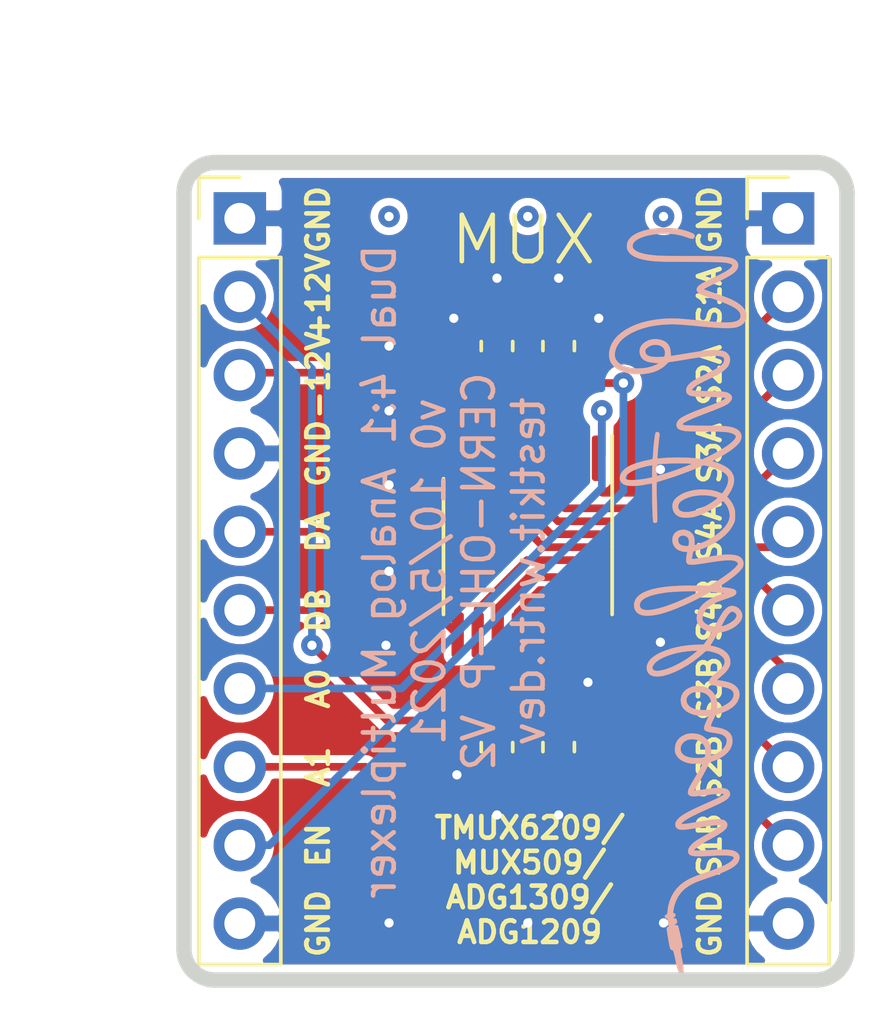
<source format=kicad_pcb>
(kicad_pcb (version 20171130) (host pcbnew "(5.1.10-1-10_14)")

  (general
    (thickness 1.6)
    (drawings 34)
    (tracks 99)
    (zones 0)
    (modules 8)
    (nets 17)
  )

  (page USLetter)
  (title_block
    (title "Analog Multiplexer")
    (date 2021-10-05)
    (rev v0)
    (company Winterbloom)
    (comment 1 "CERN OHL-P V2")
    (comment 2 testkit.wntr.dev)
  )

  (layers
    (0 F.Cu signal)
    (31 B.Cu signal)
    (34 B.Paste user)
    (35 F.Paste user)
    (36 B.SilkS user)
    (37 F.SilkS user)
    (38 B.Mask user)
    (39 F.Mask user)
    (40 Dwgs.User user)
    (41 Cmts.User user)
    (42 Eco1.User user)
    (43 Eco2.User user)
    (44 Edge.Cuts user)
    (45 Margin user)
    (46 B.CrtYd user)
    (47 F.CrtYd user)
    (48 B.Fab user)
    (49 F.Fab user hide)
  )

  (setup
    (last_trace_width 0.16)
    (user_trace_width 0.17)
    (user_trace_width 0.2)
    (user_trace_width 0.25)
    (user_trace_width 0.4)
    (user_trace_width 0.5)
    (trace_clearance 0.17)
    (zone_clearance 0.254)
    (zone_45_only no)
    (trace_min 0.15)
    (via_size 0.7)
    (via_drill 0.3)
    (via_min_size 0.5)
    (via_min_drill 0.3)
    (uvia_size 0.7)
    (uvia_drill 0.3)
    (uvias_allowed no)
    (uvia_min_size 0.5)
    (uvia_min_drill 0.3)
    (edge_width 0.5)
    (segment_width 0.2)
    (pcb_text_width 0.2)
    (pcb_text_size 1 1)
    (mod_edge_width 0.12)
    (mod_text_size 0.7 0.7)
    (mod_text_width 0.15)
    (pad_size 1.524 1.524)
    (pad_drill 0.762)
    (pad_to_mask_clearance 0.0508)
    (aux_axis_origin 0 0)
    (grid_origin 135.36 84.56)
    (visible_elements FFFFFF7F)
    (pcbplotparams
      (layerselection 0x010fc_ffffffff)
      (usegerberextensions false)
      (usegerberattributes false)
      (usegerberadvancedattributes true)
      (creategerberjobfile true)
      (excludeedgelayer true)
      (linewidth 0.100000)
      (plotframeref false)
      (viasonmask false)
      (mode 1)
      (useauxorigin false)
      (hpglpennumber 1)
      (hpglpenspeed 20)
      (hpglpendiameter 15.000000)
      (psnegative false)
      (psa4output false)
      (plotreference true)
      (plotvalue true)
      (plotinvisibletext false)
      (padsonsilk false)
      (subtractmaskfromsilk false)
      (outputformat 1)
      (mirror false)
      (drillshape 0)
      (scaleselection 1)
      (outputdirectory "gerbers"))
  )

  (net 0 "")
  (net 1 GND)
  (net 2 +12V)
  (net 3 -12V)
  (net 4 /EN)
  (net 5 /A1)
  (net 6 /A0)
  (net 7 /DB)
  (net 8 /DA)
  (net 9 /S4B)
  (net 10 /S3B)
  (net 11 /S2B)
  (net 12 /S1B)
  (net 13 /S4A)
  (net 14 /S3A)
  (net 15 /S2A)
  (net 16 /S1A)

  (net_class Default "This is the default net class."
    (clearance 0.17)
    (trace_width 0.16)
    (via_dia 0.7)
    (via_drill 0.3)
    (uvia_dia 0.7)
    (uvia_drill 0.3)
    (diff_pair_width 0.17)
    (diff_pair_gap 0.17)
    (add_net +12V)
    (add_net -12V)
    (add_net /A0)
    (add_net /A1)
    (add_net /DA)
    (add_net /DB)
    (add_net /EN)
    (add_net /S1A)
    (add_net /S1B)
    (add_net /S2A)
    (add_net /S2B)
    (add_net /S3A)
    (add_net /S3B)
    (add_net /S4A)
    (add_net /S4B)
    (add_net GND)
  )

  (net_class 12V ""
    (clearance 0.3)
    (trace_width 0.4)
    (via_dia 0.8)
    (via_drill 0.5)
    (uvia_dia 0.7)
    (uvia_drill 0.3)
    (diff_pair_width 0.17)
    (diff_pair_gap 0.17)
  )

  (net_class 3.3V ""
    (clearance 0.2)
    (trace_width 0.25)
    (via_dia 0.7)
    (via_drill 0.3)
    (uvia_dia 0.7)
    (uvia_drill 0.3)
    (diff_pair_width 0.17)
    (diff_pair_gap 0.17)
  )

  (net_class "Absolute minimum" ""
    (clearance 0.15)
    (trace_width 0.15)
    (via_dia 0.7)
    (via_drill 0.3)
    (uvia_dia 0.7)
    (uvia_drill 0.3)
    (diff_pair_width 0.15)
    (diff_pair_gap 0.15)
  )

  (net_class Analog ""
    (clearance 0.2)
    (trace_width 0.2)
    (via_dia 0.7)
    (via_drill 0.3)
    (uvia_dia 0.7)
    (uvia_drill 0.3)
    (diff_pair_width 0.17)
    (diff_pair_gap 0.17)
  )

  (module winterbloom:Extra_Long_Wiggly_Boi_25mm locked (layer B.Cu) (tedit 0) (tstamp 615D7C8B)
    (at 151.36 98.81 270)
    (fp_text reference G*** (at 0 0 90) (layer B.SilkS) hide
      (effects (font (size 0.7 0.7) (thickness 0.15)) (justify mirror))
    )
    (fp_text value LOGO (at 0.75 0 90) (layer B.SilkS) hide
      (effects (font (size 0.7 0.7) (thickness 0.15)) (justify mirror))
    )
    (fp_poly (pts (xy -7.927854 2.216362) (xy -7.832123 2.191044) (xy -7.744873 2.145662) (xy -7.670504 2.087371)
      (xy -7.59899 2.007461) (xy -7.536692 1.907021) (xy -7.484567 1.789543) (xy -7.443573 1.658517)
      (xy -7.414668 1.517435) (xy -7.398811 1.369788) (xy -7.396959 1.219067) (xy -7.404156 1.116916)
      (xy -7.431961 0.933971) (xy -7.474853 0.770827) (xy -7.533212 0.626574) (xy -7.607419 0.500304)
      (xy -7.697853 0.391108) (xy -7.714693 0.374346) (xy -7.752809 0.336771) (xy -7.776631 0.309275)
      (xy -7.790175 0.284331) (xy -7.797455 0.254412) (xy -7.802487 0.211992) (xy -7.802768 0.209246)
      (xy -7.807015 0.175887) (xy -7.814994 0.121067) (xy -7.826143 0.048358) (xy -7.839896 -0.038669)
      (xy -7.855693 -0.13644) (xy -7.872968 -0.241383) (xy -7.887828 -0.3302) (xy -7.906658 -0.443856)
      (xy -7.924984 -0.558105) (xy -7.942123 -0.668414) (xy -7.957389 -0.77025) (xy -7.970099 -0.85908)
      (xy -7.979569 -0.930371) (xy -7.983667 -0.9652) (xy -7.99406 -1.091135) (xy -7.997041 -1.204336)
      (xy -7.992851 -1.302647) (xy -7.981731 -1.383914) (xy -7.963922 -1.445983) (xy -7.939662 -1.486698)
      (xy -7.924108 -1.49897) (xy -7.877796 -1.51091) (xy -7.822798 -1.50576) (xy -7.768184 -1.484594)
      (xy -7.759568 -1.479466) (xy -7.726533 -1.455578) (xy -7.694229 -1.425154) (xy -7.66115 -1.385852)
      (xy -7.625788 -1.33533) (xy -7.586636 -1.271243) (xy -7.54219 -1.191249) (xy -7.49094 -1.093005)
      (xy -7.431381 -0.974168) (xy -7.420691 -0.9525) (xy -7.353332 -0.817206) (xy -7.294643 -0.703051)
      (xy -7.243157 -0.607885) (xy -7.197406 -0.529557) (xy -7.155923 -0.465916) (xy -7.117241 -0.414814)
      (xy -7.079891 -0.374098) (xy -7.042407 -0.341619) (xy -7.003321 -0.315226) (xy -6.975199 -0.299721)
      (xy -6.92567 -0.283379) (xy -6.86922 -0.27792) (xy -6.81719 -0.28379) (xy -6.793422 -0.292605)
      (xy -6.761253 -0.314735) (xy -6.734715 -0.345184) (xy -6.71334 -0.386213) (xy -6.696662 -0.440085)
      (xy -6.684213 -0.50906) (xy -6.675528 -0.595401) (xy -6.670138 -0.701368) (xy -6.667579 -0.829223)
      (xy -6.667212 -0.904132) (xy -6.666263 -1.027574) (xy -6.663772 -1.144755) (xy -6.659911 -1.252618)
      (xy -6.654848 -1.348103) (xy -6.648753 -1.428153) (xy -6.641798 -1.489708) (xy -6.63415 -1.52971)
      (xy -6.632101 -1.536119) (xy -6.621102 -1.565852) (xy -6.595095 -1.529051) (xy -6.574929 -1.498548)
      (xy -6.554155 -1.462697) (xy -6.531911 -1.419436) (xy -6.507333 -1.366704) (xy -6.479557 -1.302441)
      (xy -6.44772 -1.224587) (xy -6.410958 -1.131079) (xy -6.368408 -1.019859) (xy -6.319206 -0.888864)
      (xy -6.262488 -0.736035) (xy -6.260351 -0.73025) (xy -6.205616 -0.586977) (xy -6.151642 -0.455099)
      (xy -6.099531 -0.336952) (xy -6.050385 -0.234871) (xy -6.005307 -0.151192) (xy -5.9654 -0.08825)
      (xy -5.944887 -0.06197) (xy -5.885465 -0.007038) (xy -5.822699 0.027502) (xy -5.759978 0.040752)
      (xy -5.700689 0.031813) (xy -5.66391 0.012494) (xy -5.634432 -0.012958) (xy -5.611686 -0.044912)
      (xy -5.593013 -0.088816) (xy -5.57576 -0.150118) (xy -5.567797 -0.18462) (xy -5.5624 -0.211785)
      (xy -5.557898 -0.241815) (xy -5.554198 -0.277252) (xy -5.551208 -0.320636) (xy -5.548839 -0.374507)
      (xy -5.546999 -0.441406) (xy -5.545596 -0.523873) (xy -5.544538 -0.624447) (xy -5.543736 -0.745671)
      (xy -5.543174 -0.86995) (xy -5.542309 -1.028769) (xy -5.540949 -1.164666) (xy -5.538947 -1.280115)
      (xy -5.536155 -1.377589) (xy -5.532428 -1.459565) (xy -5.527617 -1.528516) (xy -5.521576 -1.586918)
      (xy -5.514159 -1.637244) (xy -5.505218 -1.68197) (xy -5.494606 -1.72357) (xy -5.491951 -1.732828)
      (xy -5.469239 -1.793149) (xy -5.4408 -1.842733) (xy -5.410172 -1.876255) (xy -5.389343 -1.887306)
      (xy -5.350175 -1.884714) (xy -5.302641 -1.859841) (xy -5.247731 -1.814019) (xy -5.186435 -1.748582)
      (xy -5.119744 -1.664861) (xy -5.048648 -1.564191) (xy -4.974136 -1.447903) (xy -4.8972 -1.317331)
      (xy -4.818828 -1.173808) (xy -4.740011 -1.018665) (xy -4.73224 -1.002763) (xy -4.636646 -0.80645)
      (xy -4.654496 -0.692642) (xy -4.670314 -0.568523) (xy -4.682421 -0.424926) (xy -4.690731 -0.267512)
      (xy -4.695155 -0.101944) (xy -4.695291 -0.050909) (xy -4.509527 -0.050909) (xy -4.509452 -0.149002)
      (xy -4.50816 -0.238476) (xy -4.505555 -0.315929) (xy -4.501542 -0.377959) (xy -4.500838 -0.385466)
      (xy -4.492186 -0.473279) (xy -4.436564 -0.335064) (xy -4.41249 -0.273758) (xy -4.383049 -0.196504)
      (xy -4.351252 -0.111333) (xy -4.320111 -0.026275) (xy -4.305671 0.013861) (xy -4.27755 0.094066)
      (xy -4.248139 0.180563) (xy -4.218585 0.269706) (xy -4.190036 0.357852) (xy -4.163638 0.441357)
      (xy -4.14054 0.516575) (xy -4.121888 0.579862) (xy -4.108829 0.627575) (xy -4.102511 0.656069)
      (xy -4.1021 0.66051) (xy -4.104518 0.668614) (xy -4.114285 0.67402) (xy -4.135173 0.677041)
      (xy -4.170955 0.677989) (xy -4.225402 0.677177) (xy -4.283075 0.67553) (xy -4.348335 0.672745)
      (xy -4.404183 0.668957) (xy -4.445873 0.664595) (xy -4.468655 0.66009) (xy -4.471333 0.658487)
      (xy -4.477878 0.635904) (xy -4.484073 0.591323) (xy -4.48982 0.528147) (xy -4.495024 0.449778)
      (xy -4.499588 0.359617) (xy -4.503417 0.261066) (xy -4.506414 0.157527) (xy -4.508482 0.052401)
      (xy -4.509527 -0.050909) (xy -4.695291 -0.050909) (xy -4.695606 0.066117) (xy -4.691996 0.23101)
      (xy -4.684238 0.387071) (xy -4.673254 0.519018) (xy -4.668148 0.573987) (xy -4.665057 0.618869)
      (xy -4.664297 0.648124) (xy -4.665409 0.656443) (xy -4.679729 0.657564) (xy -4.715346 0.656453)
      (xy -4.768286 0.653438) (xy -4.834575 0.648847) (xy -4.91024 0.643007) (xy -4.991306 0.636246)
      (xy -5.0738 0.628892) (xy -5.153748 0.621274) (xy -5.227176 0.613718) (xy -5.29011 0.606553)
      (xy -5.32569 0.601961) (xy -5.387418 0.593804) (xy -5.429513 0.58969) (xy -5.457419 0.589648)
      (xy -5.476584 0.593708) (xy -5.492455 0.6019) (xy -5.493965 0.602878) (xy -5.518755 0.631776)
      (xy -5.524831 0.667662) (xy -5.512034 0.701348) (xy -5.495925 0.71624) (xy -5.473771 0.723615)
      (xy -5.43018 0.732419) (xy -5.369045 0.742176) (xy -5.294258 0.752412) (xy -5.209712 0.76265)
      (xy -5.119298 0.772415) (xy -5.026908 0.781231) (xy -4.936436 0.788624) (xy -4.8641 0.793424)
      (xy -4.78375 0.798039) (xy -4.725045 0.802269) (xy -4.684307 0.80773) (xy -4.657863 0.816044)
      (xy -4.642034 0.828828) (xy -4.635068 0.84362) (xy -4.44435 0.84362) (xy -4.440967 0.822283)
      (xy -4.4309 0.816326) (xy -4.424912 0.817792) (xy -4.405304 0.82062) (xy -4.365613 0.822982)
      (xy -4.311155 0.824667) (xy -4.247246 0.825464) (xy -4.230243 0.8255) (xy -4.055663 0.8255)
      (xy -4.040008 0.892175) (xy -4.000939 1.082137) (xy -3.976493 1.258658) (xy -3.966489 1.40335)
      (xy -3.964643 1.499871) (xy -3.967351 1.57364) (xy -3.975083 1.626978) (xy -3.988309 1.662201)
      (xy -4.007499 1.68163) (xy -4.023942 1.686967) (xy -4.075754 1.681776) (xy -4.128028 1.652569)
      (xy -4.17997 1.600699) (xy -4.23079 1.52752) (xy -4.279693 1.434384) (xy -4.325889 1.322644)
      (xy -4.368585 1.193655) (xy -4.406988 1.048768) (xy -4.413102 1.02235) (xy -4.430547 0.941409)
      (xy -4.44092 0.88258) (xy -4.44435 0.84362) (xy -4.635068 0.84362) (xy -4.633145 0.847702)
      (xy -4.627521 0.874285) (xy -4.62337 0.899449) (xy -4.6012 1.013291) (xy -4.573001 1.132371)
      (xy -4.540498 1.250898) (xy -4.505417 1.363084) (xy -4.469482 1.463136) (xy -4.434419 1.545266)
      (xy -4.425667 1.562953) (xy -4.383407 1.63418) (xy -4.332273 1.703388) (xy -4.278147 1.763372)
      (xy -4.226914 1.806925) (xy -4.225904 1.807617) (xy -4.143912 1.852505) (xy -4.064998 1.874648)
      (xy -3.991393 1.874349) (xy -3.925329 1.851913) (xy -3.869036 1.807645) (xy -3.830889 1.753725)
      (xy -3.799868 1.67512) (xy -3.781586 1.576434) (xy -3.77604 1.457275) (xy -3.783231 1.317254)
      (xy -3.803158 1.155977) (xy -3.829834 1.0033) (xy -3.841501 0.942606) (xy -3.851156 0.891065)
      (xy -3.85787 0.85373) (xy -3.860714 0.835658) (xy -3.860751 0.835025) (xy -3.848608 0.83251)
      (xy -3.814321 0.830207) (xy -3.761147 0.828212) (xy -3.692343 0.826618) (xy -3.611165 0.825521)
      (xy -3.52087 0.825015) (xy -3.514725 0.825004) (xy -3.372993 0.824279) (xy -3.236069 0.822578)
      (xy -3.106303 0.819998) (xy -2.986042 0.816639) (xy -2.877635 0.812596) (xy -2.78343 0.807966)
      (xy -2.705775 0.802849) (xy -2.647019 0.79734) (xy -2.609509 0.791537) (xy -2.596594 0.786939)
      (xy -2.580662 0.759743) (xy -2.578163 0.723711) (xy -2.588235 0.690074) (xy -2.605418 0.672075)
      (xy -2.619429 0.668294) (xy -2.646405 0.665687) (xy -2.688229 0.664255) (xy -2.746787 0.664001)
      (xy -2.823963 0.664927) (xy -2.921641 0.667038) (xy -3.041706 0.670334) (xy -3.122943 0.672809)
      (xy -3.239154 0.676212) (xy -3.353423 0.679116) (xy -3.46183 0.681454) (xy -3.560455 0.683158)
      (xy -3.645377 0.68416) (xy -3.712678 0.684392) (xy -3.757766 0.683807) (xy -3.902381 0.67945)
      (xy -3.939238 0.55245) (xy -4.088752 0.079099) (xy -4.260518 -0.386394) (xy -4.356478 -0.620578)
      (xy -4.449594 -0.840484) (xy -4.420859 -0.967902) (xy -4.380789 -1.123076) (xy -4.334762 -1.260932)
      (xy -4.283551 -1.379965) (xy -4.227926 -1.47867) (xy -4.168661 -1.55554) (xy -4.106527 -1.609071)
      (xy -4.085911 -1.621157) (xy -4.025307 -1.639485) (xy -3.951249 -1.640722) (xy -3.867893 -1.626086)
      (xy -3.779392 -1.596792) (xy -3.689902 -1.554058) (xy -3.603578 -1.499099) (xy -3.564046 -1.468369)
      (xy -3.527642 -1.438137) (xy -3.561596 -1.353265) (xy -3.59444 -1.264834) (xy -3.618585 -1.182893)
      (xy -3.635448 -1.100023) (xy -3.646445 -1.008804) (xy -3.652992 -0.901817) (xy -3.654219 -0.868047)
      (xy -3.656323 -0.771871) (xy -3.656177 -0.758179) (xy -3.475582 -0.758179) (xy -3.474645 -0.905033)
      (xy -3.460015 -1.04748) (xy -3.431242 -1.180969) (xy -3.403627 -1.26365) (xy -3.388713 -1.30175)
      (xy -3.350265 -1.2573) (xy -3.326754 -1.227621) (xy -3.29445 -1.183551) (xy -3.258357 -1.132027)
      (xy -3.23572 -1.09855) (xy -3.153924 -0.965893) (xy -3.082929 -0.830915) (xy -3.023801 -0.6968)
      (xy -2.977608 -0.566736) (xy -2.945419 -0.443909) (xy -2.928301 -0.331504) (xy -2.927322 -0.232708)
      (xy -2.932435 -0.193516) (xy -2.95255 -0.117839) (xy -2.982139 -0.064294) (xy -3.023423 -0.03067)
      (xy -3.078623 -0.014757) (xy -3.114045 -0.012747) (xy -3.178119 -0.023867) (xy -3.236041 -0.057904)
      (xy -3.289826 -0.116047) (xy -3.290571 -0.117054) (xy -3.351371 -0.217692) (xy -3.40072 -0.336674)
      (xy -3.438171 -0.469449) (xy -3.463274 -0.611468) (xy -3.475582 -0.758179) (xy -3.656177 -0.758179)
      (xy -3.655484 -0.693654) (xy -3.651376 -0.626089) (xy -3.643675 -0.561869) (xy -3.639402 -0.534796)
      (xy -3.604388 -0.374149) (xy -3.556073 -0.229067) (xy -3.495447 -0.101863) (xy -3.423497 0.005152)
      (xy -3.393946 0.039446) (xy -3.328118 0.101456) (xy -3.263141 0.141862) (xy -3.192972 0.163504)
      (xy -3.11785 0.169285) (xy -3.018987 0.157806) (xy -2.932879 0.124878) (xy -2.860981 0.071495)
      (xy -2.804748 -0.00135) (xy -2.77493 -0.064879) (xy -2.759519 -0.126783) (xy -2.75093 -0.206227)
      (xy -2.749104 -0.296298) (xy -2.753983 -0.390084) (xy -2.765509 -0.480675) (xy -2.778976 -0.544287)
      (xy -2.83459 -0.719645) (xy -2.91016 -0.898339) (xy -3.002252 -1.073807) (xy -3.107432 -1.239484)
      (xy -3.218435 -1.3843) (xy -3.28835 -1.46685) (xy -3.23485 -1.52147) (xy -3.160958 -1.581139)
      (xy -3.070144 -1.62968) (xy -2.969322 -1.664739) (xy -2.865405 -1.683963) (xy -2.765308 -1.684998)
      (xy -2.756975 -1.684147) (xy -2.66341 -1.6618) (xy -2.566345 -1.616427) (xy -2.4676 -1.54984)
      (xy -2.368995 -1.463852) (xy -2.27235 -1.360273) (xy -2.179485 -1.240914) (xy -2.092219 -1.107588)
      (xy -2.012373 -0.962106) (xy -1.99418 -0.924878) (xy -1.97229 -0.87635) (xy -1.947819 -0.817844)
      (xy -1.922716 -0.754566) (xy -1.898932 -0.691723) (xy -1.878419 -0.634519) (xy -1.863126 -0.588163)
      (xy -1.855004 -0.557858) (xy -1.8542 -0.551304) (xy -1.865951 -0.549002) (xy -1.897407 -0.547222)
      (xy -1.942874 -0.546224) (xy -1.967448 -0.5461) (xy -2.054869 -0.541454) (xy -2.125412 -0.525975)
      (xy -2.18613 -0.497347) (xy -2.240431 -0.456479) (xy -2.294807 -0.393078) (xy -2.331617 -0.317106)
      (xy -2.351023 -0.2334) (xy -2.352175 -0.187225) (xy -2.170239 -0.187225) (xy -2.156774 -0.246612)
      (xy -2.126449 -0.300248) (xy -2.084097 -0.339471) (xy -2.029732 -0.362083) (xy -1.957991 -0.368428)
      (xy -1.877626 -0.360343) (xy -1.847232 -0.350799) (xy -1.829232 -0.331672) (xy -1.822328 -0.298852)
      (xy -1.825223 -0.248231) (xy -1.830539 -0.211208) (xy -1.846834 -0.139004) (xy -1.870425 -0.086842)
      (xy -1.903886 -0.049806) (xy -1.921492 -0.037585) (xy -1.967395 -0.019707) (xy -2.021051 -0.013244)
      (xy -2.071958 -0.018487) (xy -2.105447 -0.03252) (xy -2.144979 -0.074383) (xy -2.166442 -0.127883)
      (xy -2.170239 -0.187225) (xy -2.352175 -0.187225) (xy -2.353184 -0.146799) (xy -2.338264 -0.062141)
      (xy -2.306423 0.015735) (xy -2.257822 0.081991) (xy -2.221417 0.113626) (xy -2.146074 0.153424)
      (xy -2.063478 0.171878) (xy -1.978169 0.170138) (xy -1.894683 0.149357) (xy -1.817559 0.110688)
      (xy -1.751336 0.055282) (xy -1.700552 -0.015709) (xy -1.698807 -0.01905) (xy -1.672104 -0.084782)
      (xy -1.651348 -0.161998) (xy -1.639935 -0.236969) (xy -1.638753 -0.261974) (xy -1.6383 -0.314398)
      (xy -1.557144 -0.297386) (xy -1.472317 -0.283175) (xy -1.396171 -0.277295) (xy -1.333311 -0.279774)
      (xy -1.288342 -0.290634) (xy -1.278513 -0.295865) (xy -1.257378 -0.313593) (xy -1.241153 -0.337298)
      (xy -1.229869 -0.369107) (xy -1.223559 -0.411147) (xy -1.222252 -0.465546) (xy -1.225982 -0.534433)
      (xy -1.23478 -0.619934) (xy -1.248677 -0.724177) (xy -1.267704 -0.849291) (xy -1.288644 -0.9779)
      (xy -1.316157 -1.149561) (xy -1.337725 -1.298692) (xy -1.353489 -1.427421) (xy -1.363588 -1.537877)
      (xy -1.368161 -1.632191) (xy -1.367349 -1.712491) (xy -1.361291 -1.780907) (xy -1.350126 -1.839568)
      (xy -1.346139 -1.854414) (xy -1.327529 -1.896204) (xy -1.300395 -1.931202) (xy -1.270889 -1.952468)
      (xy -1.256227 -1.9558) (xy -1.223165 -1.94498) (xy -1.179086 -1.913622) (xy -1.125336 -1.863375)
      (xy -1.063258 -1.795891) (xy -0.994199 -1.712821) (xy -0.919502 -1.615813) (xy -0.840512 -1.50652)
      (xy -0.758574 -1.386592) (xy -0.675032 -1.257679) (xy -0.634443 -1.192583) (xy -0.535954 -1.032617)
      (xy -0.542813 -0.614733) (xy -0.543408 -0.443883) (xy -0.365821 -0.443883) (xy -0.365048 -0.522851)
      (xy -0.362521 -0.57785) (xy -0.352682 -0.70485) (xy -0.258308 -0.516525) (xy -0.217644 -0.433969)
      (xy -0.172862 -0.340743) (xy -0.128869 -0.247195) (xy -0.090574 -0.163675) (xy -0.083647 -0.148225)
      (xy -0.013929 0.014423) (xy 0.051013 0.178358) (xy 0.108619 0.336747) (xy 0.15633 0.482754)
      (xy 0.170218 0.529669) (xy 0.210846 0.686242) (xy 0.23756 0.823791) (xy 0.250397 0.941987)
      (xy 0.249396 1.040499) (xy 0.234595 1.118997) (xy 0.20603 1.177149) (xy 0.16374 1.214627)
      (xy 0.107762 1.231098) (xy 0.090043 1.2319) (xy 0.021656 1.219472) (xy -0.041737 1.18232)
      (xy -0.100041 1.120643) (xy -0.153161 1.034641) (xy -0.201001 0.924514) (xy -0.243466 0.79046)
      (xy -0.28046 0.632679) (xy -0.311888 0.451371) (xy -0.323399 0.3683) (xy -0.331591 0.293621)
      (xy -0.339351 0.201761) (xy -0.346482 0.097476) (xy -0.352788 -0.014479) (xy -0.358071 -0.129348)
      (xy -0.362135 -0.242376) (xy -0.364784 -0.348806) (xy -0.365821 -0.443883) (xy -0.543408 -0.443883)
      (xy -0.543854 -0.316267) (xy -0.536771 -0.041797) (xy -0.521546 0.208756) (xy -0.498161 0.435467)
      (xy -0.466597 0.638414) (xy -0.426836 0.817674) (xy -0.37886 0.973324) (xy -0.32265 1.105441)
      (xy -0.258188 1.214102) (xy -0.185456 1.299383) (xy -0.104435 1.361362) (xy -0.06788 1.380486)
      (xy 0.019047 1.408533) (xy 0.106408 1.415281) (xy 0.189979 1.401798) (xy 0.265533 1.369154)
      (xy 0.328845 1.318418) (xy 0.364576 1.271118) (xy 0.395549 1.21022) (xy 0.416091 1.145699)
      (xy 0.427213 1.071838) (xy 0.429927 0.982919) (xy 0.427665 0.9144) (xy 0.417297 0.798204)
      (xy 0.39726 0.675806) (xy 0.366765 0.544234) (xy 0.325021 0.400515) (xy 0.27124 0.241676)
      (xy 0.204631 0.064744) (xy 0.196646 0.04445) (xy 0.067944 -0.260013) (xy -0.079842 -0.570869)
      (xy -0.211794 -0.823564) (xy -0.345325 -1.069278) (xy -0.323607 -1.287114) (xy -0.316314 -1.358502)
      (xy -0.309642 -1.420535) (xy -0.304069 -1.469037) (xy -0.300069 -1.499831) (xy -0.298306 -1.50893)
      (xy -0.293041 -1.49961) (xy -0.281993 -1.471311) (xy -0.267137 -1.42924) (xy -0.259778 -1.40733)
      (xy -0.192212 -1.225743) (xy -0.117627 -1.068383) (xy -0.035774 -0.934998) (xy 0.053595 -0.825333)
      (xy 0.150728 -0.739136) (xy 0.255874 -0.676153) (xy 0.369283 -0.636131) (xy 0.491201 -0.618817)
      (xy 0.51442 -0.618087) (xy 0.611257 -0.628263) (xy 0.698266 -0.661731) (xy 0.775195 -0.718259)
      (xy 0.841796 -0.797614) (xy 0.897815 -0.899563) (xy 0.939755 -1.012984) (xy 0.967576 -1.104578)
      (xy 1.026713 -1.071012) (xy 1.060715 -1.050631) (xy 1.108185 -1.020779) (xy 1.1634 -0.985212)
      (xy 1.220639 -0.947685) (xy 1.274179 -0.911953) (xy 1.318298 -0.881771) (xy 1.347275 -0.860895)
      (xy 1.349375 -0.859263) (xy 1.35944 -0.847603) (xy 1.366006 -0.828368) (xy 1.36977 -0.796696)
      (xy 1.371428 -0.747722) (xy 1.371708 -0.703449) (xy 1.373201 -0.65405) (xy 1.559646 -0.65405)
      (xy 1.592833 -0.61595) (xy 1.613867 -0.590558) (xy 1.645686 -0.550654) (xy 1.683752 -0.501984)
      (xy 1.718639 -0.456693) (xy 1.812332 -0.326002) (xy 1.901041 -0.186561) (xy 1.982755 -0.042494)
      (xy 2.05546 0.102077) (xy 2.117145 0.243025) (xy 2.165798 0.376228) (xy 2.199406 0.497561)
      (xy 2.209394 0.549073) (xy 2.220206 0.636556) (xy 2.22023 0.703863) (xy 2.20885 0.75409)
      (xy 2.185451 0.790336) (xy 2.157248 0.811581) (xy 2.133943 0.821961) (xy 2.11122 0.822474)
      (xy 2.078676 0.812744) (xy 2.066866 0.808316) (xy 2.001519 0.7709) (xy 1.937513 0.71038)
      (xy 1.875725 0.629047) (xy 1.817036 0.529195) (xy 1.762324 0.413114) (xy 1.712469 0.283095)
      (xy 1.668349 0.141432) (xy 1.630843 -0.009584) (xy 1.600831 -0.167662) (xy 1.579192 -0.330509)
      (xy 1.566829 -0.4953) (xy 1.559646 -0.65405) (xy 1.373201 -0.65405) (xy 1.377503 -0.511822)
      (xy 1.394073 -0.321594) (xy 1.420649 -0.135187) (xy 1.456461 0.044976) (xy 1.500738 0.216472)
      (xy 1.55271 0.376879) (xy 1.611609 0.523774) (xy 1.676664 0.654735) (xy 1.747104 0.767339)
      (xy 1.82216 0.859163) (xy 1.886858 0.917442) (xy 1.96926 0.96785) (xy 2.052742 0.99667)
      (xy 2.13422 1.004291) (xy 2.210604 0.9911) (xy 2.278809 0.957485) (xy 2.335746 0.903835)
      (xy 2.365857 0.85725) (xy 2.385883 0.799794) (xy 2.397124 0.724784) (xy 2.399441 0.638553)
      (xy 2.392693 0.54743) (xy 2.376742 0.457746) (xy 2.374842 0.449929) (xy 2.318187 0.262788)
      (xy 2.240582 0.069039) (xy 2.144211 -0.127443) (xy 2.031261 -0.322781) (xy 1.903917 -0.513099)
      (xy 1.764363 -0.694523) (xy 1.664705 -0.809626) (xy 1.623067 -0.855997) (xy 1.595918 -0.888842)
      (xy 1.580377 -0.913163) (xy 1.57356 -0.933965) (xy 1.572584 -0.956252) (xy 1.573296 -0.968277)
      (xy 1.581893 -1.029848) (xy 1.598496 -1.105181) (xy 1.620499 -1.184959) (xy 1.645295 -1.259867)
      (xy 1.670276 -1.32059) (xy 1.674001 -1.32814) (xy 1.713086 -1.391856) (xy 1.759902 -1.447926)
      (xy 1.808882 -1.490429) (xy 1.845501 -1.510543) (xy 1.910249 -1.523119) (xy 1.979097 -1.517314)
      (xy 2.02933 -1.499592) (xy 2.074739 -1.468579) (xy 2.133212 -1.415822) (xy 2.204726 -1.341346)
      (xy 2.289256 -1.245173) (xy 2.327022 -1.200257) (xy 2.39136 -1.1268) (xy 2.445864 -1.073849)
      (xy 2.493042 -1.039711) (xy 2.535404 -1.022693) (xy 2.575457 -1.021102) (xy 2.588619 -1.02368)
      (xy 2.616166 -1.033767) (xy 2.638358 -1.050823) (xy 2.656554 -1.078097) (xy 2.672114 -1.118836)
      (xy 2.686395 -1.176289) (xy 2.700758 -1.253705) (xy 2.710644 -1.315387) (xy 2.730241 -1.43259)
      (xy 2.74971 -1.527677) (xy 2.769971 -1.60391) (xy 2.791942 -1.664552) (xy 2.81654 -1.712863)
      (xy 2.82708 -1.729119) (xy 2.871347 -1.778962) (xy 2.922566 -1.806809) (xy 2.987205 -1.81606)
      (xy 2.992559 -1.8161) (xy 3.069791 -1.803518) (xy 3.144079 -1.765981) (xy 3.215077 -1.703799)
      (xy 3.282439 -1.617283) (xy 3.345818 -1.506746) (xy 3.352961 -1.49225) (xy 3.379701 -1.435128)
      (xy 3.403232 -1.381186) (xy 3.420521 -1.337587) (xy 3.4274 -1.316611) (xy 3.440212 -1.267972)
      (xy 3.348881 -1.276352) (xy 3.227974 -1.275895) (xy 3.113062 -1.252741) (xy 3.007441 -1.208015)
      (xy 2.914413 -1.142844) (xy 2.889557 -1.119578) (xy 2.816493 -1.032641) (xy 2.764062 -0.937255)
      (xy 2.731037 -0.830188) (xy 2.716187 -0.708206) (xy 2.715055 -0.6604) (xy 2.715495 -0.638005)
      (xy 2.902382 -0.638005) (xy 2.902398 -0.65405) (xy 2.907766 -0.752699) (xy 2.924406 -0.833314)
      (xy 2.954274 -0.901491) (xy 2.99933 -0.962827) (xy 3.01706 -0.981706) (xy 3.071512 -1.029486)
      (xy 3.128159 -1.06189) (xy 3.192938 -1.080892) (xy 3.271787 -1.088466) (xy 3.336959 -1.08808)
      (xy 3.392275 -1.085361) (xy 3.4379 -1.081538) (xy 3.467996 -1.077193) (xy 3.476659 -1.074191)
      (xy 3.480417 -1.058655) (xy 3.484112 -1.022659) (xy 3.487375 -0.971143) (xy 3.489837 -0.909046)
      (xy 3.490317 -0.891134) (xy 3.487641 -0.741008) (xy 3.471797 -0.612329) (xy 3.442653 -0.504747)
      (xy 3.400079 -0.41791) (xy 3.343941 -0.351466) (xy 3.27411 -0.305064) (xy 3.27025 -0.303261)
      (xy 3.196591 -0.281756) (xy 3.12544 -0.284623) (xy 3.058966 -0.310839) (xy 2.999337 -0.359376)
      (xy 2.948721 -0.429212) (xy 2.931175 -0.46355) (xy 2.916922 -0.498903) (xy 2.908154 -0.534585)
      (xy 2.903699 -0.578363) (xy 2.902382 -0.638005) (xy 2.715495 -0.638005) (xy 2.71651 -0.586463)
      (xy 2.721882 -0.528827) (xy 2.732318 -0.478547) (xy 2.74272 -0.4445) (xy 2.790143 -0.335457)
      (xy 2.851662 -0.24595) (xy 2.926111 -0.17692) (xy 3.012324 -0.129306) (xy 3.109136 -0.104048)
      (xy 3.170118 -0.100012) (xy 3.274151 -0.10975) (xy 3.364284 -0.139911) (xy 3.443314 -0.191917)
      (xy 3.514041 -0.267186) (xy 3.52312 -0.279227) (xy 3.582677 -0.37535) (xy 3.626761 -0.48222)
      (xy 3.656236 -0.603004) (xy 3.671968 -0.74087) (xy 3.675194 -0.835637) (xy 3.67616 -0.904698)
      (xy 3.677963 -0.951973) (xy 3.681056 -0.981074) (xy 3.685895 -0.995612) (xy 3.692933 -0.999198)
      (xy 3.6957 -0.99863) (xy 3.714218 -0.991293) (xy 3.750583 -0.975665) (xy 3.799552 -0.954036)
      (xy 3.855879 -0.928696) (xy 3.856216 -0.928543) (xy 3.945943 -0.88977) (xy 4.01779 -0.864774)
      (xy 4.074256 -0.855083) (xy 4.117841 -0.86223) (xy 4.151044 -0.887743) (xy 4.176366 -0.933155)
      (xy 4.196306 -0.999994) (xy 4.213364 -1.089792) (xy 4.222931 -1.153059) (xy 4.239912 -1.260815)
      (xy 4.257449 -1.34678) (xy 4.276915 -1.414551) (xy 4.299686 -1.467723) (xy 4.32714 -1.509893)
      (xy 4.36065 -1.544655) (xy 4.378219 -1.558952) (xy 4.410504 -1.579841) (xy 4.443051 -1.589731)
      (xy 4.48742 -1.591847) (xy 4.495582 -1.591699) (xy 4.581894 -1.577216) (xy 4.665039 -1.538555)
      (xy 4.743783 -1.476865) (xy 4.816891 -1.393295) (xy 4.883127 -1.288993) (xy 4.933122 -1.184846)
      (xy 4.976556 -1.08186) (xy 4.847303 -1.08229) (xy 4.724723 -1.074694) (xy 4.618952 -1.050196)
      (xy 4.526793 -1.007546) (xy 4.445051 -0.945498) (xy 4.412001 -0.912207) (xy 4.343104 -0.824735)
      (xy 4.294496 -0.732218) (xy 4.264506 -0.630017) (xy 4.251467 -0.513493) (xy 4.250941 -0.482638)
      (xy 4.433346 -0.482638) (xy 4.442102 -0.57403) (xy 4.464399 -0.656817) (xy 4.469882 -0.67018)
      (xy 4.50593 -0.730791) (xy 4.557495 -0.789708) (xy 4.617388 -0.8402) (xy 4.678418 -0.875539)
      (xy 4.69671 -0.882451) (xy 4.736443 -0.890417) (xy 4.791285 -0.895316) (xy 4.853335 -0.897133)
      (xy 4.914692 -0.895854) (xy 4.967454 -0.891465) (xy 5.003722 -0.883952) (xy 5.006193 -0.883006)
      (xy 5.022577 -0.86299) (xy 5.034873 -0.818473) (xy 5.042998 -0.750039) (xy 5.046871 -0.658268)
      (xy 5.047107 -0.59055) (xy 5.039255 -0.460206) (xy 5.018284 -0.347951) (xy 4.984657 -0.254779)
      (xy 4.938839 -0.181681) (xy 4.881292 -0.129652) (xy 4.818699 -0.101333) (xy 4.738486 -0.091151)
      (xy 4.661195 -0.104529) (xy 4.589959 -0.139628) (xy 4.527908 -0.19461) (xy 4.478175 -0.267635)
      (xy 4.457783 -0.313284) (xy 4.438462 -0.392452) (xy 4.433346 -0.482638) (xy 4.250941 -0.482638)
      (xy 4.250614 -0.46355) (xy 4.252199 -0.396659) (xy 4.257188 -0.34553) (xy 4.267109 -0.300594)
      (xy 4.283492 -0.252284) (xy 4.285009 -0.248298) (xy 4.337795 -0.139266) (xy 4.404615 -0.05138)
      (xy 4.485376 0.015293) (xy 4.579982 0.060688) (xy 4.68834 0.084738) (xy 4.762776 0.0889)
      (xy 4.819535 0.087222) (xy 4.862705 0.080457) (xy 4.903978 0.066013) (xy 4.937665 0.050112)
      (xy 5.019338 -0.003753) (xy 5.088438 -0.077822) (xy 5.145576 -0.172973) (xy 5.191367 -0.290085)
      (xy 5.203138 -0.3302) (xy 5.213257 -0.375506) (xy 5.220106 -0.42816) (xy 5.224137 -0.493622)
      (xy 5.225798 -0.577348) (xy 5.225901 -0.6064) (xy 5.226812 -0.691759) (xy 5.229415 -0.752203)
      (xy 5.233742 -0.788165) (xy 5.239824 -0.800075) (xy 5.239828 -0.800075) (xy 5.260564 -0.793754)
      (xy 5.299712 -0.775926) (xy 5.354025 -0.748354) (xy 5.420254 -0.712798) (xy 5.495153 -0.671018)
      (xy 5.575472 -0.624776) (xy 5.657965 -0.575833) (xy 5.69595 -0.552773) (xy 5.810512 -0.48381)
      (xy 5.906521 -0.42877) (xy 5.986109 -0.386834) (xy 6.051406 -0.357184) (xy 6.104543 -0.339002)
      (xy 6.147653 -0.331468) (xy 6.182866 -0.333764) (xy 6.212314 -0.345071) (xy 6.221515 -0.350909)
      (xy 6.244519 -0.370559) (xy 6.262188 -0.395154) (xy 6.274611 -0.42717) (xy 6.281877 -0.469081)
      (xy 6.284072 -0.523361) (xy 6.281287 -0.592485) (xy 6.273608 -0.678928) (xy 6.261124 -0.785163)
      (xy 6.243923 -0.913665) (xy 6.24205 -0.927099) (xy 6.223393 -1.070315) (xy 6.209886 -1.195715)
      (xy 6.201611 -1.301912) (xy 6.198647 -1.387516) (xy 6.201076 -1.451141) (xy 6.208978 -1.491398)
      (xy 6.209201 -1.491976) (xy 6.216535 -1.50485) (xy 6.225895 -1.501936) (xy 6.241614 -1.480564)
      (xy 6.25045 -1.466576) (xy 6.278092 -1.421045) (xy 6.304393 -1.374991) (xy 6.331038 -1.324975)
      (xy 6.359715 -1.267559) (xy 6.392108 -1.199305) (xy 6.429905 -1.116773) (xy 6.47479 -1.016525)
      (xy 6.508758 -0.9398) (xy 6.592319 -0.753103) (xy 6.668376 -0.589134) (xy 6.737796 -0.44664)
      (xy 6.801448 -0.324368) (xy 6.860198 -0.221066) (xy 6.914915 -0.13548) (xy 6.966466 -0.066358)
      (xy 7.015718 -0.012446) (xy 7.063538 0.027508) (xy 7.110795 0.054758) (xy 7.158355 0.070555)
      (xy 7.207087 0.076153) (xy 7.212217 0.0762) (xy 7.26717 0.064339) (xy 7.313766 0.031857)
      (xy 7.346156 -0.016589) (xy 7.352857 -0.035741) (xy 7.360774 -0.069135) (xy 7.365992 -0.104844)
      (xy 7.368267 -0.145383) (xy 7.367358 -0.193264) (xy 7.363021 -0.251002) (xy 7.355015 -0.32111)
      (xy 7.343097 -0.406103) (xy 7.327025 -0.508495) (xy 7.306556 -0.630798) (xy 7.281593 -0.7747)
      (xy 7.2622 -0.891065) (xy 7.245664 -1.001962) (xy 7.232222 -1.104787) (xy 7.222108 -1.196936)
      (xy 7.215559 -1.275806) (xy 7.212812 -1.338794) (xy 7.2141 -1.383298) (xy 7.219662 -1.406713)
      (xy 7.224051 -1.4097) (xy 7.242234 -1.39848) (xy 7.270789 -1.364754) (xy 7.309781 -1.308418)
      (xy 7.35928 -1.229367) (xy 7.419352 -1.127499) (xy 7.490064 -1.00271) (xy 7.494668 -0.994454)
      (xy 7.558819 -0.879973) (xy 7.612862 -0.785228) (xy 7.658537 -0.707492) (xy 7.697586 -0.644033)
      (xy 7.731749 -0.592122) (xy 7.762767 -0.54903) (xy 7.792381 -0.512028) (xy 7.822332 -0.478385)
      (xy 7.826942 -0.47348) (xy 7.898732 -0.407629) (xy 7.968716 -0.36294) (xy 8.035051 -0.340069)
      (xy 8.095895 -0.339675) (xy 8.14563 -0.359852) (xy 8.170124 -0.381098) (xy 8.190042 -0.410967)
      (xy 8.205554 -0.451413) (xy 8.216832 -0.504387) (xy 8.224047 -0.571843) (xy 8.227369 -0.655734)
      (xy 8.226969 -0.758012) (xy 8.223019 -0.880631) (xy 8.215688 -1.025543) (xy 8.210893 -1.105621)
      (xy 8.201984 -1.272911) (xy 8.197678 -1.416101) (xy 8.198027 -1.536078) (xy 8.203087 -1.633731)
      (xy 8.212911 -1.709949) (xy 8.227554 -1.765619) (xy 8.247068 -1.801631) (xy 8.253541 -1.80843)
      (xy 8.282489 -1.819528) (xy 8.317791 -1.807803) (xy 8.35837 -1.774722) (xy 8.403151 -1.721751)
      (xy 8.451057 -1.650357) (xy 8.501013 -1.562006) (xy 8.551943 -1.458165) (xy 8.602771 -1.340299)
      (xy 8.609751 -1.322931) (xy 8.628328 -1.274453) (xy 8.653084 -1.207138) (xy 8.682142 -1.126237)
      (xy 8.713625 -1.037003) (xy 8.745657 -0.944686) (xy 8.763026 -0.893922) (xy 8.815298 -0.743747)
      (xy 8.862976 -0.614938) (xy 8.907657 -0.504224) (xy 8.950942 -0.408337) (xy 8.994427 -0.324008)
      (xy 9.039712 -0.247969) (xy 9.088396 -0.17695) (xy 9.142077 -0.107684) (xy 9.15548 -0.091439)
      (xy 9.265721 0.021568) (xy 9.394188 0.119549) (xy 9.53742 0.200702) (xy 9.69196 0.263228)
      (xy 9.854347 0.305326) (xy 9.9441 0.318934) (xy 10.014247 0.3271) (xy 10.063016 0.333595)
      (xy 10.094285 0.339465) (xy 10.11193 0.34576) (xy 10.119828 0.353526) (xy 10.121856 0.363811)
      (xy 10.1219 0.366987) (xy 10.131936 0.398428) (xy 10.159306 0.413987) (xy 10.199896 0.411393)
      (xy 10.201527 0.41094) (xy 10.231199 0.397888) (xy 10.243935 0.375493) (xy 10.246529 0.358375)
      (xy 10.254621 0.327052) (xy 10.269491 0.319787) (xy 10.289688 0.336604) (xy 10.303245 0.357356)
      (xy 10.318735 0.381236) (xy 10.335163 0.391519) (xy 10.361909 0.391812) (xy 10.385282 0.388904)
      (xy 10.43182 0.379574) (xy 10.458149 0.364612) (xy 10.469434 0.339556) (xy 10.47115 0.314749)
      (xy 10.475663 0.28189) (xy 10.487554 0.272804) (xy 10.504351 0.28785) (xy 10.5156 0.308276)
      (xy 10.538396 0.340747) (xy 10.570009 0.35331) (xy 10.570055 0.353315) (xy 10.592175 0.352352)
      (xy 10.635386 0.347475) (xy 10.695775 0.339236) (xy 10.76943 0.328192) (xy 10.852438 0.314897)
      (xy 10.912955 0.304728) (xy 11.017147 0.286509) (xy 11.098852 0.271111) (xy 11.160712 0.257676)
      (xy 11.205373 0.245348) (xy 11.235478 0.233267) (xy 11.253671 0.220575) (xy 11.262596 0.206415)
      (xy 11.264899 0.190501) (xy 11.267786 0.173436) (xy 11.278228 0.15854) (xy 11.2989 0.144847)
      (xy 11.332477 0.131391) (xy 11.381634 0.117207) (xy 11.449044 0.101328) (xy 11.537384 0.082789)
      (xy 11.595179 0.071243) (xy 11.702526 0.049282) (xy 11.786602 0.030421) (xy 11.846902 0.014788)
      (xy 11.88292 0.00251) (xy 11.893501 -0.004135) (xy 11.915981 -0.017147) (xy 11.960981 -0.027555)
      (xy 11.999307 -0.032405) (xy 12.048816 -0.038371) (xy 12.080105 -0.046055) (xy 12.100336 -0.05817)
      (xy 12.116126 -0.076658) (xy 12.137711 -0.118922) (xy 12.135588 -0.15424) (xy 12.109373 -0.185733)
      (xy 12.101909 -0.191347) (xy 12.062618 -0.219325) (xy 11.971479 -0.194216) (xy 11.909569 -0.179956)
      (xy 11.868669 -0.177241) (xy 11.854695 -0.180551) (xy 11.834482 -0.182689) (xy 11.794464 -0.179421)
      (xy 11.733424 -0.170572) (xy 11.650142 -0.155966) (xy 11.545718 -0.135884) (xy 11.449913 -0.117236)
      (xy 11.375865 -0.103676) (xy 11.320531 -0.094797) (xy 11.28087 -0.090191) (xy 11.25384 -0.08945)
      (xy 11.236399 -0.092167) (xy 11.231993 -0.093862) (xy 11.209192 -0.109648) (xy 11.201499 -0.123378)
      (xy 11.191424 -0.141069) (xy 11.176519 -0.152122) (xy 11.162574 -0.155118) (xy 11.137123 -0.154193)
      (xy 11.097714 -0.148936) (xy 11.041899 -0.138934) (xy 10.967227 -0.123776) (xy 10.871249 -0.103052)
      (xy 10.830444 -0.094023) (xy 10.742614 -0.07424) (xy 10.662216 -0.055645) (xy 10.592822 -0.039104)
      (xy 10.538008 -0.025483) (xy 10.501345 -0.015647) (xy 10.487025 -0.010857) (xy 10.470283 0.009673)
      (xy 10.464804 0.049671) (xy 10.4648 0.051247) (xy 10.459855 0.08589) (xy 10.448003 0.101842)
      (xy 10.433719 0.097138) (xy 10.421576 0.070217) (xy 10.403201 0.036216) (xy 10.36933 0.021419)
      (xy 10.318898 0.025368) (xy 10.31826 0.025511) (xy 10.270998 0.043954) (xy 10.245937 0.072343)
      (xy 10.244082 0.109529) (xy 10.2442 0.110004) (xy 10.243637 0.13329) (xy 10.230941 0.140408)
      (xy 10.2133 0.131679) (xy 10.1981 0.10795) (xy 10.177573 0.083244) (xy 10.146465 0.073961)
      (xy 10.112957 0.07866) (xy 10.085229 0.0959) (xy 10.071463 0.124241) (xy 10.0711 0.130319)
      (xy 10.068155 0.144219) (xy 10.055099 0.149455) (xy 10.025596 0.147641) (xy 10.010775 0.145717)
      (xy 9.833735 0.110762) (xy 9.673121 0.056464) (xy 9.52881 -0.01725) (xy 9.400679 -0.110454)
      (xy 9.288606 -0.223222) (xy 9.203504 -0.338176) (xy 9.161814 -0.405675) (xy 9.124692 -0.472782)
      (xy 9.090023 -0.544236) (xy 9.055692 -0.624776) (xy 9.019581 -0.719139) (xy 8.979577 -0.832065)
      (xy 8.968234 -0.865177) (xy 8.901231 -1.058518) (xy 8.839647 -1.228741) (xy 8.782696 -1.377358)
      (xy 8.729592 -1.505881) (xy 8.679548 -1.615823) (xy 8.631779 -1.708696) (xy 8.585499 -1.786012)
      (xy 8.539921 -1.849283) (xy 8.494259 -1.900022) (xy 8.447727 -1.93974) (xy 8.399539 -1.969951)
      (xy 8.391924 -1.973854) (xy 8.314558 -2.001125) (xy 8.242779 -2.003933) (xy 8.178042 -1.982874)
      (xy 8.121807 -1.938549) (xy 8.07553 -1.871554) (xy 8.059686 -1.837462) (xy 8.041095 -1.777515)
      (xy 8.027519 -1.699237) (xy 8.018923 -1.601532) (xy 8.015276 -1.483301) (xy 8.016543 -1.343446)
      (xy 8.022691 -1.180868) (xy 8.033687 -0.99447) (xy 8.033939 -0.990741) (xy 8.042316 -0.854446)
      (xy 8.047272 -0.742912) (xy 8.048809 -0.655729) (xy 8.046927 -0.59249) (xy 8.041628 -0.552787)
      (xy 8.034943 -0.53771) (xy 8.018447 -0.537761) (xy 7.991765 -0.558598) (xy 7.956229 -0.598366)
      (xy 7.913169 -0.655214) (xy 7.863916 -0.727286) (xy 7.809803 -0.812731) (xy 7.75216 -0.909694)
      (xy 7.695966 -1.00965) (xy 7.623353 -1.140719) (xy 7.560346 -1.250827) (xy 7.505567 -1.341918)
      (xy 7.45764 -1.415935) (xy 7.415188 -1.474819) (xy 7.376835 -1.520514) (xy 7.341205 -1.554964)
      (xy 7.306921 -1.58011) (xy 7.2823 -1.593544) (xy 7.222179 -1.609244) (xy 7.163142 -1.601491)
      (xy 7.110394 -1.571896) (xy 7.073162 -1.528825) (xy 7.052297 -1.485012) (xy 7.038284 -1.43013)
      (xy 7.031162 -1.362133) (xy 7.030968 -1.278977) (xy 7.037738 -1.178619) (xy 7.051511 -1.059013)
      (xy 7.072324 -0.918115) (xy 7.085793 -0.83662) (xy 7.100408 -0.750747) (xy 7.11579 -0.66039)
      (xy 7.130505 -0.573974) (xy 7.14312 -0.499922) (xy 7.148236 -0.4699) (xy 7.159625 -0.398025)
      (xy 7.170239 -0.322141) (xy 7.178603 -0.253225) (xy 7.182093 -0.217863) (xy 7.186238 -0.166365)
      (xy 7.187353 -0.135829) (xy 7.184558 -0.121906) (xy 7.176971 -0.12025) (xy 7.16371 -0.126512)
      (xy 7.163581 -0.126581) (xy 7.128077 -0.155547) (xy 7.085114 -0.208194) (xy 7.034978 -0.284015)
      (xy 6.977954 -0.382501) (xy 6.914327 -0.503143) (xy 6.844383 -0.645433) (xy 6.768407 -0.80886)
      (xy 6.718322 -0.92075) (xy 6.654104 -1.065179) (xy 6.598461 -1.188112) (xy 6.550356 -1.291565)
      (xy 6.508751 -1.377552) (xy 6.472607 -1.448087) (xy 6.440887 -1.505185) (xy 6.412552 -1.550861)
      (xy 6.386565 -1.58713) (xy 6.361886 -1.616007) (xy 6.358017 -1.620048) (xy 6.305413 -1.66728)
      (xy 6.257937 -1.69282) (xy 6.210222 -1.698105) (xy 6.156898 -1.684574) (xy 6.141279 -1.678075)
      (xy 6.104854 -1.658942) (xy 6.079965 -1.635573) (xy 6.05857 -1.599466) (xy 6.050219 -1.581812)
      (xy 6.031148 -1.523454) (xy 6.01984 -1.447754) (xy 6.016308 -1.353385) (xy 6.020564 -1.239018)
      (xy 6.032617 -1.103328) (xy 6.05248 -0.944987) (xy 6.055912 -0.92075) (xy 6.071768 -0.809066)
      (xy 6.083989 -0.720146) (xy 6.092818 -0.651652) (xy 6.098498 -0.601247) (xy 6.101273 -0.566592)
      (xy 6.101386 -0.545349) (xy 6.099081 -0.535181) (xy 6.09625 -0.5334) (xy 6.083117 -0.539652)
      (xy 6.051452 -0.557175) (xy 6.004471 -0.584114) (xy 5.945388 -0.618616) (xy 5.877419 -0.658826)
      (xy 5.840635 -0.680775) (xy 5.720106 -0.75155) (xy 5.603598 -0.817382) (xy 5.494521 -0.876469)
      (xy 5.396286 -0.927008) (xy 5.312303 -0.967199) (xy 5.245983 -0.995238) (xy 5.244141 -0.995933)
      (xy 5.214088 -1.008321) (xy 5.194464 -1.022035) (xy 5.180322 -1.043498) (xy 5.166716 -1.079131)
      (xy 5.157078 -1.108953) (xy 5.099805 -1.262761) (xy 5.031811 -1.398644) (xy 4.954162 -1.515476)
      (xy 4.867919 -1.612131) (xy 4.774147 -1.687481) (xy 4.673908 -1.740399) (xy 4.568266 -1.769758)
      (xy 4.52927 -1.774332) (xy 4.42576 -1.772543) (xy 4.336205 -1.749854) (xy 4.259032 -1.705466)
      (xy 4.19267 -1.638581) (xy 4.155762 -1.584629) (xy 4.12503 -1.525494) (xy 4.098935 -1.456645)
      (xy 4.076162 -1.373634) (xy 4.055394 -1.272009) (xy 4.044845 -1.209675) (xy 4.03411 -1.149872)
      (xy 4.023474 -1.103535) (xy 4.014023 -1.074862) (xy 4.008066 -1.067461) (xy 3.987773 -1.072987)
      (xy 3.950702 -1.08707) (xy 3.901875 -1.107425) (xy 3.846312 -1.13177) (xy 3.789034 -1.157819)
      (xy 3.735062 -1.183289) (xy 3.689417 -1.205896) (xy 3.657119 -1.223357) (xy 3.64319 -1.233386)
      (xy 3.643151 -1.23346) (xy 3.635873 -1.252435) (xy 3.623309 -1.289737) (xy 3.60744 -1.339353)
      (xy 3.595501 -1.37795) (xy 3.541493 -1.5271) (xy 3.476471 -1.658172) (xy 3.401488 -1.770019)
      (xy 3.317597 -1.861494) (xy 3.225848 -1.931449) (xy 3.127294 -1.978738) (xy 3.022988 -2.002213)
      (xy 3.022904 -2.002222) (xy 2.927485 -2.000527) (xy 2.840214 -1.97522) (xy 2.762088 -1.92706)
      (xy 2.694101 -1.856807) (xy 2.637248 -1.765221) (xy 2.601727 -1.68076) (xy 2.587691 -1.63454)
      (xy 2.572416 -1.574185) (xy 2.557354 -1.506769) (xy 2.543959 -1.439371) (xy 2.533685 -1.379064)
      (xy 2.527985 -1.332926) (xy 2.5273 -1.318399) (xy 2.523804 -1.290811) (xy 2.516805 -1.277713)
      (xy 2.505262 -1.284474) (xy 2.481195 -1.307589) (xy 2.447948 -1.343579) (xy 2.408866 -1.388962)
      (xy 2.402443 -1.396684) (xy 2.315085 -1.496487) (xy 2.235287 -1.574737) (xy 2.160404 -1.633138)
      (xy 2.087787 -1.673396) (xy 2.014789 -1.697216) (xy 1.938764 -1.706304) (xy 1.921504 -1.706496)
      (xy 1.821286 -1.693738) (xy 1.729019 -1.657049) (xy 1.645258 -1.596797) (xy 1.570554 -1.513349)
      (xy 1.524637 -1.442541) (xy 1.495102 -1.382136) (xy 1.465572 -1.306977) (xy 1.439619 -1.227458)
      (xy 1.420817 -1.153974) (xy 1.415574 -1.125204) (xy 1.408565 -1.089251) (xy 1.400894 -1.065418)
      (xy 1.397698 -1.060881) (xy 1.383739 -1.064915) (xy 1.354467 -1.080545) (xy 1.315341 -1.104755)
      (xy 1.300738 -1.114422) (xy 1.24853 -1.148238) (xy 1.184981 -1.187486) (xy 1.121054 -1.225444)
      (xy 1.09885 -1.238185) (xy 0.984851 -1.3028) (xy 0.969331 -1.395489) (xy 0.938002 -1.532033)
      (xy 0.891922 -1.661339) (xy 0.8331 -1.78012) (xy 0.763546 -1.885092) (xy 0.685267 -1.972969)
      (xy 0.600273 -2.040465) (xy 0.561292 -2.062847) (xy 0.522274 -2.077493) (xy 0.47411 -2.088965)
      (xy 0.456604 -2.091587) (xy 0.379678 -2.088899) (xy 0.307371 -2.06477) (xy 0.242521 -2.022919)
      (xy 0.187966 -1.967068) (xy 0.146543 -1.900935) (xy 0.12109 -1.828241) (xy 0.116438 -1.775349)
      (xy 0.296156 -1.775349) (xy 0.29734 -1.781979) (xy 0.320204 -1.842472) (xy 0.360424 -1.88539)
      (xy 0.385133 -1.899064) (xy 0.421129 -1.909939) (xy 0.455013 -1.90724) (xy 0.494417 -1.889344)
      (xy 0.526227 -1.86905) (xy 0.572555 -1.827858) (xy 0.621205 -1.768107) (xy 0.668564 -1.695934)
      (xy 0.711022 -1.617478) (xy 0.744966 -1.538877) (xy 0.766784 -1.466269) (xy 0.768637 -1.457085)
      (xy 0.777345 -1.410664) (xy 0.648261 -1.479858) (xy 0.550335 -1.534033) (xy 0.472582 -1.581079)
      (xy 0.411593 -1.623307) (xy 0.363959 -1.663024) (xy 0.33616 -1.691203) (xy 0.308588 -1.724658)
      (xy 0.296466 -1.74987) (xy 0.296156 -1.775349) (xy 0.116438 -1.775349) (xy 0.114446 -1.752707)
      (xy 0.129448 -1.678051) (xy 0.133415 -1.667933) (xy 0.162293 -1.617824) (xy 0.207435 -1.561965)
      (xy 0.262991 -1.507102) (xy 0.297908 -1.478221) (xy 0.331816 -1.454775) (xy 0.382941 -1.422625)
      (xy 0.44599 -1.384834) (xy 0.515667 -1.344464) (xy 0.58668 -1.304578) (xy 0.653736 -1.268238)
      (xy 0.711539 -1.238507) (xy 0.716486 -1.236074) (xy 0.789912 -1.20015) (xy 0.782815 -1.148119)
      (xy 0.764562 -1.064555) (xy 0.734517 -0.983945) (xy 0.695762 -0.912195) (xy 0.651376 -0.855211)
      (xy 0.61385 -0.824202) (xy 0.58409 -0.808823) (xy 0.55338 -0.801857) (xy 0.511891 -0.801687)
      (xy 0.487261 -0.803384) (xy 0.385016 -0.824087) (xy 0.289802 -0.868503) (xy 0.204055 -0.935361)
      (xy 0.17471 -0.966105) (xy 0.127299 -1.023865) (xy 0.084277 -1.085823) (xy 0.044011 -1.155362)
      (xy 0.004868 -1.235863) (xy -0.034785 -1.330709) (xy -0.07658 -1.443281) (xy -0.12215 -1.576962)
      (xy -0.126367 -1.589765) (xy -0.157891 -1.68251) (xy -0.18489 -1.753895) (xy -0.209048 -1.807187)
      (xy -0.232051 -1.845652) (xy -0.255585 -1.872561) (xy -0.281333 -1.891179) (xy -0.281997 -1.891554)
      (xy -0.325088 -1.902568) (xy -0.368306 -1.890345) (xy -0.406339 -1.856458) (xy -0.408027 -1.8542)
      (xy -0.425665 -1.81806) (xy -0.443066 -1.759445) (xy -0.459576 -1.681273) (xy -0.474539 -1.586466)
      (xy -0.482619 -1.521782) (xy -0.490127 -1.45435) (xy -0.496607 -1.40721) (xy -0.504454 -1.380404)
      (xy -0.516065 -1.373971) (xy -0.533834 -1.387952) (xy -0.560159 -1.422387) (xy -0.597436 -1.477318)
      (xy -0.628823 -1.524256) (xy -0.726545 -1.66484) (xy -0.819911 -1.78927) (xy -0.907759 -1.896225)
      (xy -0.988929 -1.98439) (xy -1.06226 -2.052446) (xy -1.12659 -2.099075) (xy -1.143486 -2.108447)
      (xy -1.208408 -2.129115) (xy -1.280623 -2.132299) (xy -1.349214 -2.117986) (xy -1.370509 -2.108756)
      (xy -1.43088 -2.067064) (xy -1.477804 -2.009509) (xy -1.512084 -1.934278) (xy -1.534526 -1.839556)
      (xy -1.545934 -1.723528) (xy -1.546439 -1.712168) (xy -1.548051 -1.641618) (xy -1.546916 -1.569109)
      (xy -1.542696 -1.491327) (xy -1.535052 -1.404956) (xy -1.523647 -1.306682) (xy -1.508142 -1.193189)
      (xy -1.488199 -1.061164) (xy -1.465736 -0.921058) (xy -1.450779 -0.827388) (xy -1.437327 -0.738866)
      (xy -1.425937 -0.659507) (xy -1.417165 -0.593324) (xy -1.411569 -0.544329) (xy -1.4097 -0.517258)
      (xy -1.4097 -0.456049) (xy -1.457325 -0.464492) (xy -1.497187 -0.471802) (xy -1.54801 -0.481434)
      (xy -1.579992 -0.487631) (xy -1.655033 -0.502325) (xy -1.683743 -0.609937) (xy -1.725007 -0.748953)
      (xy -1.773005 -0.878351) (xy -1.832476 -1.010555) (xy -1.850429 -1.046975) (xy -1.955185 -1.236588)
      (xy -2.0679 -1.403064) (xy -2.188316 -1.546122) (xy -2.316171 -1.665486) (xy -2.451204 -1.760876)
      (xy -2.58091 -1.826953) (xy -2.617458 -1.841338) (xy -2.650445 -1.850941) (xy -2.686579 -1.856707)
      (xy -2.732568 -1.859582) (xy -2.795121 -1.860509) (xy -2.8194 -1.86055) (xy -2.893299 -1.859727)
      (xy -2.949444 -1.856647) (xy -2.995444 -1.850386) (xy -3.038911 -1.840024) (xy -3.071211 -1.830065)
      (xy -3.181824 -1.782914) (xy -3.289873 -1.71635) (xy -3.370735 -1.650672) (xy -3.426882 -1.598918)
      (xy -3.513666 -1.658622) (xy -3.636131 -1.733105) (xy -3.755477 -1.786434) (xy -3.869993 -1.818219)
      (xy -3.977967 -1.828072) (xy -4.077691 -1.815605) (xy -4.129766 -1.798535) (xy -4.216796 -1.752105)
      (xy -4.295442 -1.687211) (xy -4.366699 -1.602486) (xy -4.431563 -1.496559) (xy -4.491029 -1.368063)
      (xy -4.540089 -1.234005) (xy -4.579969 -1.113417) (xy -4.641364 -1.232983) (xy -4.730117 -1.398435)
      (xy -4.81839 -1.548598) (xy -4.905135 -1.682077) (xy -4.989302 -1.797478) (xy -5.069841 -1.893406)
      (xy -5.145702 -1.968467) (xy -5.215838 -2.021266) (xy -5.247471 -2.038437) (xy -5.330278 -2.064842)
      (xy -5.40971 -2.066756) (xy -5.483275 -2.045074) (xy -5.54848 -2.000689) (xy -5.602832 -1.934496)
      (xy -5.619518 -1.905) (xy -5.642598 -1.85531) (xy -5.662317 -1.802119) (xy -5.678915 -1.743145)
      (xy -5.692632 -1.676105) (xy -5.703707 -1.598717) (xy -5.71238 -1.508698) (xy -5.71889 -1.403767)
      (xy -5.723477 -1.281642) (xy -5.726379 -1.140039) (xy -5.727837 -0.976677) (xy -5.728116 -0.870027)
      (xy -5.72859 -0.710728) (xy -5.729793 -0.57524) (xy -5.731804 -0.46198) (xy -5.734702 -0.369367)
      (xy -5.738569 -0.29582) (xy -5.743483 -0.239757) (xy -5.749525 -0.199597) (xy -5.756775 -0.173758)
      (xy -5.763908 -0.161912) (xy -5.782197 -0.15912) (xy -5.80718 -0.180649) (xy -5.838869 -0.22652)
      (xy -5.877272 -0.296754) (xy -5.9224 -0.391372) (xy -5.974263 -0.510394) (xy -6.032872 -0.653843)
      (xy -6.098237 -0.821739) (xy -6.140415 -0.93345) (xy -6.198918 -1.088283) (xy -6.250478 -1.220875)
      (xy -6.295985 -1.333147) (xy -6.336326 -1.427022) (xy -6.37239 -1.504421) (xy -6.405066 -1.567266)
      (xy -6.435241 -1.617478) (xy -6.463804 -1.656979) (xy -6.486912 -1.682996) (xy -6.54768 -1.731957)
      (xy -6.607347 -1.756146) (xy -6.664008 -1.756176) (xy -6.715758 -1.732663) (xy -6.760692 -1.686222)
      (xy -6.796905 -1.617467) (xy -6.810043 -1.578742) (xy -6.816748 -1.553454) (xy -6.822339 -1.525835)
      (xy -6.826998 -1.493032) (xy -6.830905 -1.452191) (xy -6.834242 -1.40046) (xy -6.837189 -1.334986)
      (xy -6.839929 -1.252914) (xy -6.842641 -1.151392) (xy -6.845507 -1.027567) (xy -6.845762 -1.016)
      (xy -6.848832 -0.88285) (xy -6.851754 -0.77288) (xy -6.854683 -0.683867) (xy -6.857774 -0.613591)
      (xy -6.861183 -0.559834) (xy -6.865064 -0.520374) (xy -6.869573 -0.492991) (xy -6.874865 -0.475466)
      (xy -6.881094 -0.465578) (xy -6.884403 -0.46293) (xy -6.901369 -0.466311) (xy -6.928746 -0.48679)
      (xy -6.962734 -0.520408) (xy -6.999537 -0.563209) (xy -7.035356 -0.611235) (xy -7.05404 -0.639691)
      (xy -7.07737 -0.68017) (xy -7.108448 -0.738324) (xy -7.14449 -0.808717) (xy -7.182713 -0.885911)
      (xy -7.220332 -0.964468) (xy -7.220676 -0.9652) (xy -7.295057 -1.119161) (xy -7.363168 -1.250526)
      (xy -7.426179 -1.360981) (xy -7.485263 -1.452215) (xy -7.541591 -1.525915) (xy -7.596332 -1.58377)
      (xy -7.65066 -1.627467) (xy -7.699968 -1.65599) (xy -7.79022 -1.68834) (xy -7.876376 -1.6979)
      (xy -7.955978 -1.68499) (xy -8.026564 -1.649933) (xy -8.074035 -1.607132) (xy -8.109906 -1.560108)
      (xy -8.136471 -1.508901) (xy -8.155129 -1.448605) (xy -8.167278 -1.374313) (xy -8.174317 -1.28112)
      (xy -8.175563 -1.25095) (xy -8.176893 -1.187341) (xy -8.176131 -1.122347) (xy -8.172973 -1.053296)
      (xy -8.167118 -0.977518) (xy -8.158263 -0.892345) (xy -8.146104 -0.795106) (xy -8.130339 -0.683131)
      (xy -8.110667 -0.55375) (xy -8.086783 -0.404294) (xy -8.063678 -0.263889) (xy -8.046358 -0.159167)
      (xy -8.03044 -0.062) (xy -8.016394 0.024679) (xy -8.004688 0.097935) (xy -7.995791 0.154833)
      (xy -7.990173 0.192438) (xy -7.9883 0.207672) (xy -7.994417 0.21677) (xy -8.015249 0.223229)
      (xy -8.054518 0.227777) (xy -8.106487 0.23074) (xy -8.209751 0.242758) (xy -8.295477 0.270007)
      (xy -8.367598 0.314148) (xy -8.417741 0.362284) (xy -8.468735 0.437732) (xy -8.505866 0.529709)
      (xy -8.527934 0.632729) (xy -8.533741 0.741304) (xy -8.53264 0.751998) (xy -8.351291 0.751998)
      (xy -8.349043 0.658295) (xy -8.344378 0.630949) (xy -8.31719 0.549107) (xy -8.27404 0.484405)
      (xy -8.216668 0.4389) (xy -8.164541 0.418398) (xy -8.124891 0.41271) (xy -8.077128 0.411845)
      (xy -8.029731 0.415223) (xy -7.99118 0.422262) (xy -7.970616 0.431669) (xy -7.964406 0.450106)
      (xy -7.958951 0.489809) (xy -7.954684 0.546644) (xy -7.95228 0.606678) (xy -7.953121 0.73483)
      (xy -7.963323 0.84009) (xy -7.983265 0.923325) (xy -8.013328 0.9854) (xy -8.053891 1.027183)
      (xy -8.105337 1.049542) (xy -8.148597 1.0541) (xy -8.179571 1.050728) (xy -8.20659 1.037541)
      (xy -8.237962 1.009933) (xy -8.249379 0.99824) (xy -8.299766 0.928517) (xy -8.334301 0.844254)
      (xy -8.351291 0.751998) (xy -8.53264 0.751998) (xy -8.523111 0.84455) (xy -8.495941 0.940605)
      (xy -8.452843 1.030327) (xy -8.397191 1.108865) (xy -8.332361 1.171367) (xy -8.269018 1.209871)
      (xy -8.188939 1.232793) (xy -8.105074 1.234584) (xy -8.022982 1.216752) (xy -7.94822 1.180804)
      (xy -7.886348 1.128247) (xy -7.864594 1.100182) (xy -7.833983 1.048046) (xy -7.8103 0.991068)
      (xy -7.792039 0.923905) (xy -7.777695 0.84121) (xy -7.767552 0.75565) (xy -7.752011 0.60325)
      (xy -7.710026 0.684996) (xy -7.649998 0.828486) (xy -7.609009 0.987367) (xy -7.587391 1.159854)
      (xy -7.585471 1.344157) (xy -7.586029 1.356355) (xy -7.600603 1.504338) (xy -7.628622 1.638114)
      (xy -7.669262 1.75595) (xy -7.721695 1.856118) (xy -7.785096 1.936884) (xy -7.858637 1.996519)
      (xy -7.902525 2.019434) (xy -7.98244 2.040647) (xy -8.072131 2.041709) (xy -8.167845 2.023966)
      (xy -8.265831 1.988765) (xy -8.362337 1.937453) (xy -8.453611 1.871376) (xy -8.53562 1.792196)
      (xy -8.641778 1.655925) (xy -8.736013 1.498931) (xy -8.817715 1.323232) (xy -8.88627 1.130846)
      (xy -8.941067 0.923794) (xy -8.981494 0.704094) (xy -9.006937 0.473765) (xy -9.016785 0.234826)
      (xy -9.016889 0.20503) (xy -9.016353 0.131662) (xy -9.014694 0.05817) (xy -9.011699 -0.018403)
      (xy -9.007156 -0.101014) (xy -9.000852 -0.19262) (xy -8.992575 -0.296179) (xy -8.982113 -0.414646)
      (xy -8.969254 -0.55098) (xy -8.953785 -0.708137) (xy -8.945177 -0.79375) (xy -8.925292 -1.006266)
      (xy -8.9104 -1.200505) (xy -8.900525 -1.37546) (xy -8.89569 -1.530128) (xy -8.895917 -1.663502)
      (xy -8.90123 -1.774578) (xy -8.911652 -1.862352) (xy -8.919776 -1.901143) (xy -8.95544 -2.002635)
      (xy -9.005311 -2.087279) (xy -9.067675 -2.152886) (xy -9.140815 -2.19727) (xy -9.15714 -2.203604)
      (xy -9.207147 -2.214914) (xy -9.269875 -2.220409) (xy -9.3349 -2.219961) (xy -9.3918 -2.213442)
      (xy -9.41705 -2.2068) (xy -9.503092 -2.162916) (xy -9.586541 -2.094328) (xy -9.666877 -2.001647)
      (xy -9.743582 -1.885484) (xy -9.816135 -1.746451) (xy -9.825387 -1.726394) (xy -9.845161 -1.679821)
      (xy -9.871301 -1.613595) (xy -9.902151 -1.532167) (xy -9.936058 -1.439985) (xy -9.971367 -1.341498)
      (xy -10.006423 -1.241156) (xy -10.013312 -1.221097) (xy -10.045134 -1.129027) (xy -10.074708 -1.045104)
      (xy -10.100961 -0.972244) (xy -10.12282 -0.913363) (xy -10.139214 -0.871375) (xy -10.14907 -0.849196)
      (xy -10.151119 -0.846447) (xy -10.15621 -0.848683) (xy -10.164142 -0.858108) (xy -10.175879 -0.876563)
      (xy -10.192383 -0.905889) (xy -10.214618 -0.947928) (xy -10.243547 -1.00452) (xy -10.280134 -1.077506)
      (xy -10.325343 -1.168729) (xy -10.380135 -1.280028) (xy -10.412612 -1.3462) (xy -10.482029 -1.484726)
      (xy -10.54397 -1.601315) (xy -10.599837 -1.697827) (xy -10.65103 -1.776121) (xy -10.698951 -1.838057)
      (xy -10.745001 -1.885497) (xy -10.79058 -1.920301) (xy -10.837091 -1.944328) (xy -10.871923 -1.955994)
      (xy -10.941395 -1.962538) (xy -11.00702 -1.945543) (xy -11.065532 -1.906861) (xy -11.113664 -1.848348)
      (xy -11.13536 -1.806468) (xy -11.15114 -1.76618) (xy -11.165066 -1.72204) (xy -11.177247 -1.672343)
      (xy -11.18779 -1.615384) (xy -11.196803 -1.549459) (xy -11.204392 -1.472862) (xy -11.210666 -1.383889)
      (xy -11.215731 -1.280834) (xy -11.219696 -1.161992) (xy -11.222667 -1.025659) (xy -11.224753 -0.87013)
      (xy -11.22606 -0.693699) (xy -11.226696 -0.494662) (xy -11.226801 -0.3556) (xy -11.227005 -0.202294)
      (xy -11.227597 -0.053135) (xy -11.228542 0.08927) (xy -11.229806 0.222316) (xy -11.231354 0.343396)
      (xy -11.233153 0.449903) (xy -11.235169 0.539232) (xy -11.237367 0.608775) (xy -11.239714 0.655927)
      (xy -11.240087 0.661037) (xy -11.257284 0.840208) (xy -11.279225 0.995189) (xy -11.306131 1.126786)
      (xy -11.338223 1.235803) (xy -11.375723 1.323045) (xy -11.418851 1.389316) (xy -11.448677 1.420369)
      (xy -11.485377 1.44775) (xy -11.52123 1.460405) (xy -11.567402 1.461692) (xy -11.5824 1.460585)
      (xy -11.63828 1.443374) (xy -11.692647 1.402699) (xy -11.74451 1.340489) (xy -11.792882 1.258674)
      (xy -11.836774 1.159186) (xy -11.875195 1.043953) (xy -11.907156 0.914907) (xy -11.930668 0.78105)
      (xy -11.954495 0.540885) (xy -11.956136 0.309383) (xy -11.935691 0.087651) (xy -11.893261 -0.123204)
      (xy -11.831393 -0.315777) (xy -11.805669 -0.386359) (xy -11.79109 -0.438472) (xy -11.787435 -0.476364)
      (xy -11.79448 -0.504279) (xy -11.812002 -0.526463) (xy -11.819976 -0.533196) (xy -11.861936 -0.552511)
      (xy -11.904025 -0.547455) (xy -11.940088 -0.520094) (xy -11.957725 -0.491275) (xy -11.979819 -0.443091)
      (xy -12.004418 -0.380754) (xy -12.029567 -0.309476) (xy -12.053314 -0.23447) (xy -12.071532 -0.169392)
      (xy -12.105698 -0.01073) (xy -12.128177 0.154612) (xy -12.139403 0.323779) (xy -12.139805 0.493911)
      (xy -12.129815 0.662152) (xy -12.109864 0.825645) (xy -12.080383 0.981531) (xy -12.041803 1.126953)
      (xy -11.994556 1.259053) (xy -11.939072 1.374975) (xy -11.875783 1.47186) (xy -11.813727 1.539325)
      (xy -11.749127 1.590864) (xy -11.688319 1.623305) (xy -11.623163 1.639974) (xy -11.557 1.644233)
      (xy -11.498701 1.642485) (xy -11.454837 1.635214) (xy -11.414671 1.620287) (xy -11.399788 1.613007)
      (xy -11.324636 1.560496) (xy -11.258531 1.484334) (xy -11.201462 1.384499) (xy -11.153418 1.260967)
      (xy -11.114388 1.113718) (xy -11.094569 1.00965) (xy -11.085608 0.953726) (xy -11.077762 0.899466)
      (xy -11.070953 0.844791) (xy -11.065103 0.78762) (xy -11.060133 0.725873) (xy -11.055964 0.657469)
      (xy -11.052518 0.580328) (xy -11.049716 0.492369) (xy -11.04748 0.391512) (xy -11.04573 0.275677)
      (xy -11.044389 0.142783) (xy -11.043378 -0.00925) (xy -11.042617 -0.182503) (xy -11.04203 -0.379056)
      (xy -11.042025 -0.381) (xy -11.041395 -0.584181) (xy -11.040526 -0.763715) (xy -11.039321 -0.921354)
      (xy -11.037683 -1.058852) (xy -11.035514 -1.17796) (xy -11.032717 -1.280431) (xy -11.029194 -1.368017)
      (xy -11.024849 -1.442472) (xy -11.019582 -1.505547) (xy -11.013298 -1.558995) (xy -11.005899 -1.604569)
      (xy -10.997287 -1.644021) (xy -10.987365 -1.679103) (xy -10.976035 -1.711569) (xy -10.966785 -1.734707)
      (xy -10.948752 -1.765339) (xy -10.926778 -1.775859) (xy -10.898246 -1.76579) (xy -10.86054 -1.734661)
      (xy -10.837686 -1.711325) (xy -10.806137 -1.6752) (xy -10.774544 -1.633307) (xy -10.741458 -1.583089)
      (xy -10.705429 -1.521988) (xy -10.665008 -1.447446) (xy -10.618746 -1.356905) (xy -10.565194 -1.247808)
      (xy -10.511352 -1.135404) (xy -10.470713 -1.050498) (xy -10.43176 -0.970296) (xy -10.39636 -0.898552)
      (xy -10.366383 -0.839022) (xy -10.343695 -0.795462) (xy -10.331325 -0.773454) (xy -10.276834 -0.697707)
      (xy -10.222809 -0.646449) (xy -10.169965 -0.619771) (xy -10.119014 -0.617763) (xy -10.070671 -0.640516)
      (xy -10.025648 -0.688121) (xy -9.999203 -0.731116) (xy -9.984816 -0.762544) (xy -9.963922 -0.814277)
      (xy -9.937941 -0.88249) (xy -9.908296 -0.963358) (xy -9.876407 -1.053055) (xy -9.843697 -1.147756)
      (xy -9.836695 -1.1684) (xy -9.775318 -1.344505) (xy -9.718008 -1.497116) (xy -9.663997 -1.627671)
      (xy -9.612517 -1.737611) (xy -9.562798 -1.828376) (xy -9.514071 -1.901405) (xy -9.465568 -1.958138)
      (xy -9.41652 -2.000017) (xy -9.381318 -2.021331) (xy -9.319768 -2.040124) (xy -9.254642 -2.038989)
      (xy -9.195379 -2.01831) (xy -9.187439 -2.013454) (xy -9.150301 -1.975132) (xy -9.119668 -1.914397)
      (xy -9.096003 -1.833509) (xy -9.079768 -1.734726) (xy -9.071424 -1.620307) (xy -9.071434 -1.492511)
      (xy -9.073021 -1.45415) (xy -9.076157 -1.404034) (xy -9.081518 -1.332561) (xy -9.088767 -1.243646)
      (xy -9.097565 -1.1412) (xy -9.107576 -1.029138) (xy -9.118464 -0.911373) (xy -9.129889 -0.791819)
      (xy -9.131558 -0.7747) (xy -9.143316 -0.652445) (xy -9.154838 -0.529046) (xy -9.165742 -0.408861)
      (xy -9.175645 -0.29625) (xy -9.184163 -0.195574) (xy -9.190914 -0.111192) (xy -9.195515 -0.047465)
      (xy -9.19571 -0.04445) (xy -9.203058 0.205963) (xy -9.193434 0.456201) (xy -9.167422 0.701928)
      (xy -9.125603 0.938803) (xy -9.06856 1.162487) (xy -9.010907 1.332828) (xy -8.931581 1.51736)
      (xy -8.842327 1.682062) (xy -8.743883 1.826261) (xy -8.636985 1.949284) (xy -8.522368 2.050456)
      (xy -8.400769 2.129103) (xy -8.272924 2.184551) (xy -8.13957 2.216127) (xy -8.037754 2.223727)
      (xy -7.927854 2.216362)) (layer B.SilkS) (width 0.01))
  )

  (module Package_SO:TSSOP-16_4.4x5mm_P0.65mm (layer F.Cu) (tedit 5E476F32) (tstamp 615D650F)
    (at 146.5 97 270)
    (descr "TSSOP, 16 Pin (JEDEC MO-153 Var AB https://www.jedec.org/document_search?search_api_views_fulltext=MO-153), generated with kicad-footprint-generator ipc_gullwing_generator.py")
    (tags "TSSOP SO")
    (path /615E3E41)
    (attr smd)
    (fp_text reference U1 (at 0 -3.45 90) (layer F.SilkS) hide
      (effects (font (size 1 1) (thickness 0.15)))
    )
    (fp_text value TMUX6209 (at 0 3.45 90) (layer F.Fab) hide
      (effects (font (size 1 1) (thickness 0.15)))
    )
    (fp_line (start 3.85 -2.75) (end -3.85 -2.75) (layer F.CrtYd) (width 0.05))
    (fp_line (start 3.85 2.75) (end 3.85 -2.75) (layer F.CrtYd) (width 0.05))
    (fp_line (start -3.85 2.75) (end 3.85 2.75) (layer F.CrtYd) (width 0.05))
    (fp_line (start -3.85 -2.75) (end -3.85 2.75) (layer F.CrtYd) (width 0.05))
    (fp_line (start -2.2 -1.5) (end -1.2 -2.5) (layer F.Fab) (width 0.1))
    (fp_line (start -2.2 2.5) (end -2.2 -1.5) (layer F.Fab) (width 0.1))
    (fp_line (start 2.2 2.5) (end -2.2 2.5) (layer F.Fab) (width 0.1))
    (fp_line (start 2.2 -2.5) (end 2.2 2.5) (layer F.Fab) (width 0.1))
    (fp_line (start -1.2 -2.5) (end 2.2 -2.5) (layer F.Fab) (width 0.1))
    (fp_line (start 0 -2.735) (end -3.6 -2.735) (layer F.SilkS) (width 0.12))
    (fp_line (start 0 -2.735) (end 2.2 -2.735) (layer F.SilkS) (width 0.12))
    (fp_line (start 0 2.735) (end -2.2 2.735) (layer F.SilkS) (width 0.12))
    (fp_line (start 0 2.735) (end 2.2 2.735) (layer F.SilkS) (width 0.12))
    (fp_text user %R (at 0 0 90) (layer F.Fab) hide
      (effects (font (size 1 1) (thickness 0.15)))
    )
    (pad 16 smd roundrect (at 2.8625 -2.275 270) (size 1.475 0.4) (layers F.Cu F.Paste F.Mask) (roundrect_rratio 0.25)
      (net 5 /A1))
    (pad 15 smd roundrect (at 2.8625 -1.625 270) (size 1.475 0.4) (layers F.Cu F.Paste F.Mask) (roundrect_rratio 0.25)
      (net 1 GND))
    (pad 14 smd roundrect (at 2.8625 -0.975 270) (size 1.475 0.4) (layers F.Cu F.Paste F.Mask) (roundrect_rratio 0.25)
      (net 2 +12V))
    (pad 13 smd roundrect (at 2.8625 -0.325 270) (size 1.475 0.4) (layers F.Cu F.Paste F.Mask) (roundrect_rratio 0.25)
      (net 12 /S1B))
    (pad 12 smd roundrect (at 2.8625 0.325 270) (size 1.475 0.4) (layers F.Cu F.Paste F.Mask) (roundrect_rratio 0.25)
      (net 11 /S2B))
    (pad 11 smd roundrect (at 2.8625 0.975 270) (size 1.475 0.4) (layers F.Cu F.Paste F.Mask) (roundrect_rratio 0.25)
      (net 10 /S3B))
    (pad 10 smd roundrect (at 2.8625 1.625 270) (size 1.475 0.4) (layers F.Cu F.Paste F.Mask) (roundrect_rratio 0.25)
      (net 9 /S4B))
    (pad 9 smd roundrect (at 2.8625 2.275 270) (size 1.475 0.4) (layers F.Cu F.Paste F.Mask) (roundrect_rratio 0.25)
      (net 7 /DB))
    (pad 8 smd roundrect (at -2.8625 2.275 270) (size 1.475 0.4) (layers F.Cu F.Paste F.Mask) (roundrect_rratio 0.25)
      (net 8 /DA))
    (pad 7 smd roundrect (at -2.8625 1.625 270) (size 1.475 0.4) (layers F.Cu F.Paste F.Mask) (roundrect_rratio 0.25)
      (net 13 /S4A))
    (pad 6 smd roundrect (at -2.8625 0.975 270) (size 1.475 0.4) (layers F.Cu F.Paste F.Mask) (roundrect_rratio 0.25)
      (net 14 /S3A))
    (pad 5 smd roundrect (at -2.8625 0.325 270) (size 1.475 0.4) (layers F.Cu F.Paste F.Mask) (roundrect_rratio 0.25)
      (net 15 /S2A))
    (pad 4 smd roundrect (at -2.8625 -0.325 270) (size 1.475 0.4) (layers F.Cu F.Paste F.Mask) (roundrect_rratio 0.25)
      (net 16 /S1A))
    (pad 3 smd roundrect (at -2.8625 -0.975 270) (size 1.475 0.4) (layers F.Cu F.Paste F.Mask) (roundrect_rratio 0.25)
      (net 3 -12V))
    (pad 2 smd roundrect (at -2.8625 -1.625 270) (size 1.475 0.4) (layers F.Cu F.Paste F.Mask) (roundrect_rratio 0.25)
      (net 4 /EN))
    (pad 1 smd roundrect (at -2.8625 -2.275 270) (size 1.475 0.4) (layers F.Cu F.Paste F.Mask) (roundrect_rratio 0.25)
      (net 6 /A0))
    (model ${KISYS3DMOD}/Package_SO.3dshapes/TSSOP-16_4.4x5mm_P0.65mm.wrl
      (at (xyz 0 0 0))
      (scale (xyz 1 1 1))
      (rotate (xyz 0 0 0))
    )
  )

  (module Connector_PinHeader_2.54mm:PinHeader_1x10_P2.54mm_Vertical locked (layer F.Cu) (tedit 59FED5CC) (tstamp 615D64ED)
    (at 154.94 86.36)
    (descr "Through hole straight pin header, 1x10, 2.54mm pitch, single row")
    (tags "Through hole pin header THT 1x10 2.54mm single row")
    (path /61601C44)
    (fp_text reference J2 (at 0 -2.33) (layer F.SilkS) hide
      (effects (font (size 1 1) (thickness 0.15)))
    )
    (fp_text value Right (at 0 25.19) (layer F.Fab) hide
      (effects (font (size 1 1) (thickness 0.15)))
    )
    (fp_line (start 1.8 -1.8) (end -1.8 -1.8) (layer F.CrtYd) (width 0.05))
    (fp_line (start 1.8 24.65) (end 1.8 -1.8) (layer F.CrtYd) (width 0.05))
    (fp_line (start -1.8 24.65) (end 1.8 24.65) (layer F.CrtYd) (width 0.05))
    (fp_line (start -1.8 -1.8) (end -1.8 24.65) (layer F.CrtYd) (width 0.05))
    (fp_line (start -1.33 -1.33) (end 0 -1.33) (layer F.SilkS) (width 0.12))
    (fp_line (start -1.33 0) (end -1.33 -1.33) (layer F.SilkS) (width 0.12))
    (fp_line (start -1.33 1.27) (end 1.33 1.27) (layer F.SilkS) (width 0.12))
    (fp_line (start 1.33 1.27) (end 1.33 24.19) (layer F.SilkS) (width 0.12))
    (fp_line (start -1.33 1.27) (end -1.33 24.19) (layer F.SilkS) (width 0.12))
    (fp_line (start -1.33 24.19) (end 1.33 24.19) (layer F.SilkS) (width 0.12))
    (fp_line (start -1.27 -0.635) (end -0.635 -1.27) (layer F.Fab) (width 0.1))
    (fp_line (start -1.27 24.13) (end -1.27 -0.635) (layer F.Fab) (width 0.1))
    (fp_line (start 1.27 24.13) (end -1.27 24.13) (layer F.Fab) (width 0.1))
    (fp_line (start 1.27 -1.27) (end 1.27 24.13) (layer F.Fab) (width 0.1))
    (fp_line (start -0.635 -1.27) (end 1.27 -1.27) (layer F.Fab) (width 0.1))
    (fp_text user %R (at 0 11.43 90) (layer F.Fab) hide
      (effects (font (size 1 1) (thickness 0.15)))
    )
    (pad 10 thru_hole oval (at 0 22.86) (size 1.7 1.7) (drill 1) (layers *.Cu *.Mask)
      (net 1 GND))
    (pad 9 thru_hole oval (at 0 20.32) (size 1.7 1.7) (drill 1) (layers *.Cu *.Mask)
      (net 12 /S1B))
    (pad 8 thru_hole oval (at 0 17.78) (size 1.7 1.7) (drill 1) (layers *.Cu *.Mask)
      (net 11 /S2B))
    (pad 7 thru_hole oval (at 0 15.24) (size 1.7 1.7) (drill 1) (layers *.Cu *.Mask)
      (net 10 /S3B))
    (pad 6 thru_hole oval (at 0 12.7) (size 1.7 1.7) (drill 1) (layers *.Cu *.Mask)
      (net 9 /S4B))
    (pad 5 thru_hole oval (at 0 10.16) (size 1.7 1.7) (drill 1) (layers *.Cu *.Mask)
      (net 13 /S4A))
    (pad 4 thru_hole oval (at 0 7.62) (size 1.7 1.7) (drill 1) (layers *.Cu *.Mask)
      (net 14 /S3A))
    (pad 3 thru_hole oval (at 0 5.08) (size 1.7 1.7) (drill 1) (layers *.Cu *.Mask)
      (net 15 /S2A))
    (pad 2 thru_hole oval (at 0 2.54) (size 1.7 1.7) (drill 1) (layers *.Cu *.Mask)
      (net 16 /S1A))
    (pad 1 thru_hole rect (at 0 0) (size 1.7 1.7) (drill 1) (layers *.Cu *.Mask)
      (net 1 GND))
    (model ${KISYS3DMOD}/Connector_PinHeader_2.54mm.3dshapes/PinHeader_1x10_P2.54mm_Vertical.wrl
      (at (xyz 0 0 0))
      (scale (xyz 1 1 1))
      (rotate (xyz 0 0 0))
    )
  )

  (module Connector_PinHeader_2.54mm:PinHeader_1x10_P2.54mm_Vertical locked (layer F.Cu) (tedit 59FED5CC) (tstamp 615D64CF)
    (at 137.16 86.36)
    (descr "Through hole straight pin header, 1x10, 2.54mm pitch, single row")
    (tags "Through hole pin header THT 1x10 2.54mm single row")
    (path /615FA93B)
    (fp_text reference J1 (at 0 -2.33) (layer F.SilkS) hide
      (effects (font (size 1 1) (thickness 0.15)))
    )
    (fp_text value Left (at 0 25.19) (layer F.Fab) hide
      (effects (font (size 1 1) (thickness 0.15)))
    )
    (fp_line (start 1.8 -1.8) (end -1.8 -1.8) (layer F.CrtYd) (width 0.05))
    (fp_line (start 1.8 24.65) (end 1.8 -1.8) (layer F.CrtYd) (width 0.05))
    (fp_line (start -1.8 24.65) (end 1.8 24.65) (layer F.CrtYd) (width 0.05))
    (fp_line (start -1.8 -1.8) (end -1.8 24.65) (layer F.CrtYd) (width 0.05))
    (fp_line (start -1.33 -1.33) (end 0 -1.33) (layer F.SilkS) (width 0.12))
    (fp_line (start -1.33 0) (end -1.33 -1.33) (layer F.SilkS) (width 0.12))
    (fp_line (start -1.33 1.27) (end 1.33 1.27) (layer F.SilkS) (width 0.12))
    (fp_line (start 1.33 1.27) (end 1.33 24.19) (layer F.SilkS) (width 0.12))
    (fp_line (start -1.33 1.27) (end -1.33 24.19) (layer F.SilkS) (width 0.12))
    (fp_line (start -1.33 24.19) (end 1.33 24.19) (layer F.SilkS) (width 0.12))
    (fp_line (start -1.27 -0.635) (end -0.635 -1.27) (layer F.Fab) (width 0.1))
    (fp_line (start -1.27 24.13) (end -1.27 -0.635) (layer F.Fab) (width 0.1))
    (fp_line (start 1.27 24.13) (end -1.27 24.13) (layer F.Fab) (width 0.1))
    (fp_line (start 1.27 -1.27) (end 1.27 24.13) (layer F.Fab) (width 0.1))
    (fp_line (start -0.635 -1.27) (end 1.27 -1.27) (layer F.Fab) (width 0.1))
    (fp_text user %R (at 0 11.43 90) (layer F.Fab) hide
      (effects (font (size 1 1) (thickness 0.15)))
    )
    (pad 10 thru_hole oval (at 0 22.86) (size 1.7 1.7) (drill 1) (layers *.Cu *.Mask)
      (net 1 GND))
    (pad 9 thru_hole oval (at 0 20.32) (size 1.7 1.7) (drill 1) (layers *.Cu *.Mask)
      (net 4 /EN))
    (pad 8 thru_hole oval (at 0 17.78) (size 1.7 1.7) (drill 1) (layers *.Cu *.Mask)
      (net 5 /A1))
    (pad 7 thru_hole oval (at 0 15.24) (size 1.7 1.7) (drill 1) (layers *.Cu *.Mask)
      (net 6 /A0))
    (pad 6 thru_hole oval (at 0 12.7) (size 1.7 1.7) (drill 1) (layers *.Cu *.Mask)
      (net 7 /DB))
    (pad 5 thru_hole oval (at 0 10.16) (size 1.7 1.7) (drill 1) (layers *.Cu *.Mask)
      (net 8 /DA))
    (pad 4 thru_hole oval (at 0 7.62) (size 1.7 1.7) (drill 1) (layers *.Cu *.Mask)
      (net 1 GND))
    (pad 3 thru_hole oval (at 0 5.08) (size 1.7 1.7) (drill 1) (layers *.Cu *.Mask)
      (net 3 -12V))
    (pad 2 thru_hole oval (at 0 2.54) (size 1.7 1.7) (drill 1) (layers *.Cu *.Mask)
      (net 2 +12V))
    (pad 1 thru_hole rect (at 0 0) (size 1.7 1.7) (drill 1) (layers *.Cu *.Mask)
      (net 1 GND))
    (model ${KISYS3DMOD}/Connector_PinHeader_2.54mm.3dshapes/PinHeader_1x10_P2.54mm_Vertical.wrl
      (at (xyz 0 0 0))
      (scale (xyz 1 1 1))
      (rotate (xyz 0 0 0))
    )
  )

  (module Capacitor_SMD:C_0603_1608Metric_Pad1.08x0.95mm_HandSolder (layer F.Cu) (tedit 5F68FEEF) (tstamp 615D64B1)
    (at 147.5 90.5 90)
    (descr "Capacitor SMD 0603 (1608 Metric), square (rectangular) end terminal, IPC_7351 nominal with elongated pad for handsoldering. (Body size source: IPC-SM-782 page 76, https://www.pcb-3d.com/wordpress/wp-content/uploads/ipc-sm-782a_amendment_1_and_2.pdf), generated with kicad-footprint-generator")
    (tags "capacitor handsolder")
    (path /615EA457)
    (attr smd)
    (fp_text reference C4 (at 0 -1.43 90) (layer F.SilkS) hide
      (effects (font (size 1 1) (thickness 0.15)))
    )
    (fp_text value 0.1uF (at 0 1.43 90) (layer F.Fab) hide
      (effects (font (size 1 1) (thickness 0.15)))
    )
    (fp_line (start 1.65 0.73) (end -1.65 0.73) (layer F.CrtYd) (width 0.05))
    (fp_line (start 1.65 -0.73) (end 1.65 0.73) (layer F.CrtYd) (width 0.05))
    (fp_line (start -1.65 -0.73) (end 1.65 -0.73) (layer F.CrtYd) (width 0.05))
    (fp_line (start -1.65 0.73) (end -1.65 -0.73) (layer F.CrtYd) (width 0.05))
    (fp_line (start -0.146267 0.51) (end 0.146267 0.51) (layer F.SilkS) (width 0.12))
    (fp_line (start -0.146267 -0.51) (end 0.146267 -0.51) (layer F.SilkS) (width 0.12))
    (fp_line (start 0.8 0.4) (end -0.8 0.4) (layer F.Fab) (width 0.1))
    (fp_line (start 0.8 -0.4) (end 0.8 0.4) (layer F.Fab) (width 0.1))
    (fp_line (start -0.8 -0.4) (end 0.8 -0.4) (layer F.Fab) (width 0.1))
    (fp_line (start -0.8 0.4) (end -0.8 -0.4) (layer F.Fab) (width 0.1))
    (fp_text user %R (at 0 0 90) (layer F.Fab) hide
      (effects (font (size 0.4 0.4) (thickness 0.06)))
    )
    (pad 2 smd roundrect (at 0.8625 0 90) (size 1.075 0.95) (layers F.Cu F.Paste F.Mask) (roundrect_rratio 0.25)
      (net 1 GND))
    (pad 1 smd roundrect (at -0.8625 0 90) (size 1.075 0.95) (layers F.Cu F.Paste F.Mask) (roundrect_rratio 0.25)
      (net 3 -12V))
    (model ${KISYS3DMOD}/Capacitor_SMD.3dshapes/C_0603_1608Metric.wrl
      (at (xyz 0 0 0))
      (scale (xyz 1 1 1))
      (rotate (xyz 0 0 0))
    )
  )

  (module Capacitor_SMD:C_0603_1608Metric_Pad1.08x0.95mm_HandSolder (layer F.Cu) (tedit 5F68FEEF) (tstamp 615D64A0)
    (at 145.5 90.5 90)
    (descr "Capacitor SMD 0603 (1608 Metric), square (rectangular) end terminal, IPC_7351 nominal with elongated pad for handsoldering. (Body size source: IPC-SM-782 page 76, https://www.pcb-3d.com/wordpress/wp-content/uploads/ipc-sm-782a_amendment_1_and_2.pdf), generated with kicad-footprint-generator")
    (tags "capacitor handsolder")
    (path /615E5045)
    (attr smd)
    (fp_text reference C3 (at 0 -1.43 90) (layer F.SilkS) hide
      (effects (font (size 1 1) (thickness 0.15)))
    )
    (fp_text value 1uF (at 0 1.43 90) (layer F.Fab) hide
      (effects (font (size 1 1) (thickness 0.15)))
    )
    (fp_line (start 1.65 0.73) (end -1.65 0.73) (layer F.CrtYd) (width 0.05))
    (fp_line (start 1.65 -0.73) (end 1.65 0.73) (layer F.CrtYd) (width 0.05))
    (fp_line (start -1.65 -0.73) (end 1.65 -0.73) (layer F.CrtYd) (width 0.05))
    (fp_line (start -1.65 0.73) (end -1.65 -0.73) (layer F.CrtYd) (width 0.05))
    (fp_line (start -0.146267 0.51) (end 0.146267 0.51) (layer F.SilkS) (width 0.12))
    (fp_line (start -0.146267 -0.51) (end 0.146267 -0.51) (layer F.SilkS) (width 0.12))
    (fp_line (start 0.8 0.4) (end -0.8 0.4) (layer F.Fab) (width 0.1))
    (fp_line (start 0.8 -0.4) (end 0.8 0.4) (layer F.Fab) (width 0.1))
    (fp_line (start -0.8 -0.4) (end 0.8 -0.4) (layer F.Fab) (width 0.1))
    (fp_line (start -0.8 0.4) (end -0.8 -0.4) (layer F.Fab) (width 0.1))
    (fp_text user %R (at 0 0 90) (layer F.Fab) hide
      (effects (font (size 0.4 0.4) (thickness 0.06)))
    )
    (pad 2 smd roundrect (at 0.8625 0 90) (size 1.075 0.95) (layers F.Cu F.Paste F.Mask) (roundrect_rratio 0.25)
      (net 1 GND))
    (pad 1 smd roundrect (at -0.8625 0 90) (size 1.075 0.95) (layers F.Cu F.Paste F.Mask) (roundrect_rratio 0.25)
      (net 3 -12V))
    (model ${KISYS3DMOD}/Capacitor_SMD.3dshapes/C_0603_1608Metric.wrl
      (at (xyz 0 0 0))
      (scale (xyz 1 1 1))
      (rotate (xyz 0 0 0))
    )
  )

  (module Capacitor_SMD:C_0603_1608Metric_Pad1.08x0.95mm_HandSolder (layer F.Cu) (tedit 5F68FEEF) (tstamp 615D648F)
    (at 147.5 103.5 270)
    (descr "Capacitor SMD 0603 (1608 Metric), square (rectangular) end terminal, IPC_7351 nominal with elongated pad for handsoldering. (Body size source: IPC-SM-782 page 76, https://www.pcb-3d.com/wordpress/wp-content/uploads/ipc-sm-782a_amendment_1_and_2.pdf), generated with kicad-footprint-generator")
    (tags "capacitor handsolder")
    (path /615E4B73)
    (attr smd)
    (fp_text reference C2 (at 0 -1.43 90) (layer F.SilkS) hide
      (effects (font (size 1 1) (thickness 0.15)))
    )
    (fp_text value 0.1uF (at 0 1.43 90) (layer F.Fab) hide
      (effects (font (size 1 1) (thickness 0.15)))
    )
    (fp_line (start 1.65 0.73) (end -1.65 0.73) (layer F.CrtYd) (width 0.05))
    (fp_line (start 1.65 -0.73) (end 1.65 0.73) (layer F.CrtYd) (width 0.05))
    (fp_line (start -1.65 -0.73) (end 1.65 -0.73) (layer F.CrtYd) (width 0.05))
    (fp_line (start -1.65 0.73) (end -1.65 -0.73) (layer F.CrtYd) (width 0.05))
    (fp_line (start -0.146267 0.51) (end 0.146267 0.51) (layer F.SilkS) (width 0.12))
    (fp_line (start -0.146267 -0.51) (end 0.146267 -0.51) (layer F.SilkS) (width 0.12))
    (fp_line (start 0.8 0.4) (end -0.8 0.4) (layer F.Fab) (width 0.1))
    (fp_line (start 0.8 -0.4) (end 0.8 0.4) (layer F.Fab) (width 0.1))
    (fp_line (start -0.8 -0.4) (end 0.8 -0.4) (layer F.Fab) (width 0.1))
    (fp_line (start -0.8 0.4) (end -0.8 -0.4) (layer F.Fab) (width 0.1))
    (fp_text user %R (at 0 0 90) (layer F.Fab) hide
      (effects (font (size 0.4 0.4) (thickness 0.06)))
    )
    (pad 2 smd roundrect (at 0.8625 0 270) (size 1.075 0.95) (layers F.Cu F.Paste F.Mask) (roundrect_rratio 0.25)
      (net 1 GND))
    (pad 1 smd roundrect (at -0.8625 0 270) (size 1.075 0.95) (layers F.Cu F.Paste F.Mask) (roundrect_rratio 0.25)
      (net 2 +12V))
    (model ${KISYS3DMOD}/Capacitor_SMD.3dshapes/C_0603_1608Metric.wrl
      (at (xyz 0 0 0))
      (scale (xyz 1 1 1))
      (rotate (xyz 0 0 0))
    )
  )

  (module Capacitor_SMD:C_0603_1608Metric_Pad1.08x0.95mm_HandSolder (layer F.Cu) (tedit 5F68FEEF) (tstamp 615D647E)
    (at 145.5 103.5 270)
    (descr "Capacitor SMD 0603 (1608 Metric), square (rectangular) end terminal, IPC_7351 nominal with elongated pad for handsoldering. (Body size source: IPC-SM-782 page 76, https://www.pcb-3d.com/wordpress/wp-content/uploads/ipc-sm-782a_amendment_1_and_2.pdf), generated with kicad-footprint-generator")
    (tags "capacitor handsolder")
    (path /615EB43D)
    (attr smd)
    (fp_text reference C1 (at 0 -1.43 90) (layer F.SilkS) hide
      (effects (font (size 1 1) (thickness 0.15)))
    )
    (fp_text value 1uF (at 0 1.43 90) (layer F.Fab) hide
      (effects (font (size 1 1) (thickness 0.15)))
    )
    (fp_line (start 1.65 0.73) (end -1.65 0.73) (layer F.CrtYd) (width 0.05))
    (fp_line (start 1.65 -0.73) (end 1.65 0.73) (layer F.CrtYd) (width 0.05))
    (fp_line (start -1.65 -0.73) (end 1.65 -0.73) (layer F.CrtYd) (width 0.05))
    (fp_line (start -1.65 0.73) (end -1.65 -0.73) (layer F.CrtYd) (width 0.05))
    (fp_line (start -0.146267 0.51) (end 0.146267 0.51) (layer F.SilkS) (width 0.12))
    (fp_line (start -0.146267 -0.51) (end 0.146267 -0.51) (layer F.SilkS) (width 0.12))
    (fp_line (start 0.8 0.4) (end -0.8 0.4) (layer F.Fab) (width 0.1))
    (fp_line (start 0.8 -0.4) (end 0.8 0.4) (layer F.Fab) (width 0.1))
    (fp_line (start -0.8 -0.4) (end 0.8 -0.4) (layer F.Fab) (width 0.1))
    (fp_line (start -0.8 0.4) (end -0.8 -0.4) (layer F.Fab) (width 0.1))
    (fp_text user %R (at 0 0 90) (layer F.Fab) hide
      (effects (font (size 0.4 0.4) (thickness 0.06)))
    )
    (pad 2 smd roundrect (at 0.8625 0 270) (size 1.075 0.95) (layers F.Cu F.Paste F.Mask) (roundrect_rratio 0.25)
      (net 1 GND))
    (pad 1 smd roundrect (at -0.8625 0 270) (size 1.075 0.95) (layers F.Cu F.Paste F.Mask) (roundrect_rratio 0.25)
      (net 2 +12V))
    (model ${KISYS3DMOD}/Capacitor_SMD.3dshapes/C_0603_1608Metric.wrl
      (at (xyz 0 0 0))
      (scale (xyz 1 1 1))
      (rotate (xyz 0 0 0))
    )
  )

  (gr_text "Dual 4:1 Analog Multiplexer\nv0 10/5/2021\nCERN-OHL-P V2\ntestkit.wntr.dev" (at 144.11 97.81 90) (layer B.SilkS)
    (effects (font (size 1 1) (thickness 0.15)) (justify mirror))
  )
  (gr_text MUX (at 146.36 87.06) (layer F.SilkS)
    (effects (font (size 1.5 1.5) (thickness 0.15)))
  )
  (gr_text "TMUX6209/\nMUX509/\nADG1309/\nADG1209" (at 146.56 107.81) (layer F.SilkS)
    (effects (font (size 0.7 0.7) (thickness 0.15)))
  )
  (gr_text S2B (at 152.4 104.14 90) (layer F.SilkS) (tstamp 615D75BB)
    (effects (font (size 0.7 0.7) (thickness 0.15)))
  )
  (gr_text S3A (at 152.4 93.98 90) (layer F.SilkS) (tstamp 615D75BA)
    (effects (font (size 0.7 0.7) (thickness 0.15)))
  )
  (gr_text S1A (at 152.4 88.9 90) (layer F.SilkS) (tstamp 615D75B9)
    (effects (font (size 0.7 0.7) (thickness 0.15)))
  )
  (gr_text S2A (at 152.4 91.44 90) (layer F.SilkS) (tstamp 615D75B8)
    (effects (font (size 0.7 0.7) (thickness 0.15)))
  )
  (gr_text S3B (at 152.4 101.6 90) (layer F.SilkS) (tstamp 615D75B7)
    (effects (font (size 0.7 0.7) (thickness 0.15)))
  )
  (gr_text GND (at 152.4 86.4 90) (layer F.SilkS) (tstamp 615D75B6)
    (effects (font (size 0.7 0.7) (thickness 0.15)))
  )
  (gr_text GND (at 152.4 109.22 90) (layer F.SilkS) (tstamp 615D75B5)
    (effects (font (size 0.7 0.7) (thickness 0.15)))
  )
  (gr_text S4A (at 152.4 96.52 90) (layer F.SilkS) (tstamp 615D75B4)
    (effects (font (size 0.7 0.7) (thickness 0.15)))
  )
  (gr_text "S1B\n" (at 152.4 106.68 90) (layer F.SilkS) (tstamp 615D75B3)
    (effects (font (size 0.7 0.7) (thickness 0.15)))
  )
  (gr_text S4B (at 152.4 99.06 90) (layer F.SilkS) (tstamp 615D75B2)
    (effects (font (size 0.7 0.7) (thickness 0.15)))
  )
  (gr_text GND (at 139.7 109.22 90) (layer F.SilkS) (tstamp 615D759E)
    (effects (font (size 0.7 0.7) (thickness 0.15)))
  )
  (gr_text EN (at 139.7 106.68 90) (layer F.SilkS) (tstamp 615D759C)
    (effects (font (size 0.7 0.7) (thickness 0.15)))
  )
  (gr_text A1 (at 139.7 104.14 90) (layer F.SilkS) (tstamp 615D759A)
    (effects (font (size 0.7 0.7) (thickness 0.15)))
  )
  (gr_text A0 (at 139.7 101.6 90) (layer F.SilkS) (tstamp 615D7598)
    (effects (font (size 0.7 0.7) (thickness 0.15)))
  )
  (gr_text DB (at 139.7 99.06 90) (layer F.SilkS) (tstamp 615D7596)
    (effects (font (size 0.7 0.7) (thickness 0.15)))
  )
  (gr_text DA (at 139.7 96.52 90) (layer F.SilkS) (tstamp 615D7594)
    (effects (font (size 0.7 0.7) (thickness 0.15)))
  )
  (gr_text GND (at 139.7 93.98 90) (layer F.SilkS) (tstamp 615D7592)
    (effects (font (size 0.7 0.7) (thickness 0.15)))
  )
  (gr_text -12V (at 139.7 91.44 90) (layer F.SilkS) (tstamp 615D7590)
    (effects (font (size 0.7 0.7) (thickness 0.15)))
  )
  (gr_text +12V (at 139.7 88.9 90) (layer F.SilkS) (tstamp 615D758E)
    (effects (font (size 0.7 0.7) (thickness 0.15)))
  )
  (gr_text GND (at 139.7 86.4 90) (layer F.SilkS)
    (effects (font (size 0.7 0.7) (thickness 0.15)))
  )
  (dimension 26.5 (width 0.15) (layer Dwgs.User)
    (gr_text "26.500 mm" (at 133.05 97.8 90) (layer Dwgs.User)
      (effects (font (size 1 1) (thickness 0.15)))
    )
    (feature1 (pts (xy 136.35 84.55) (xy 133.763579 84.55)))
    (feature2 (pts (xy 136.35 111.05) (xy 133.763579 111.05)))
    (crossbar (pts (xy 134.35 111.05) (xy 134.35 84.55)))
    (arrow1a (pts (xy 134.35 84.55) (xy 134.936421 85.676504)))
    (arrow1b (pts (xy 134.35 84.55) (xy 133.763579 85.676504)))
    (arrow2a (pts (xy 134.35 111.05) (xy 134.936421 109.923496)))
    (arrow2b (pts (xy 134.35 111.05) (xy 133.763579 109.923496)))
  )
  (dimension 21.5 (width 0.15) (layer Dwgs.User) (tstamp 615D74D8)
    (gr_text "21.500 mm" (at 146.1 82.3) (layer Dwgs.User) (tstamp 615D74D8)
      (effects (font (size 1 1) (thickness 0.15)))
    )
    (feature1 (pts (xy 156.85 85.55) (xy 156.85 83.013579)))
    (feature2 (pts (xy 135.35 85.55) (xy 135.35 83.013579)))
    (crossbar (pts (xy 135.35 83.6) (xy 156.85 83.6)))
    (arrow1a (pts (xy 156.85 83.6) (xy 155.723496 84.186421)))
    (arrow1b (pts (xy 156.85 83.6) (xy 155.723496 83.013579)))
    (arrow2a (pts (xy 135.35 83.6) (xy 136.476504 84.186421)))
    (arrow2b (pts (xy 135.35 83.6) (xy 136.476504 83.013579)))
  )
  (gr_arc (start 136.35 110.05) (end 135.35 110.05) (angle -90) (layer Edge.Cuts) (width 0.5))
  (gr_arc (start 155.85 110.05) (end 155.85 111.05) (angle -90) (layer Edge.Cuts) (width 0.5))
  (gr_arc (start 155.85 85.55) (end 156.85 85.55) (angle -90) (layer Edge.Cuts) (width 0.5))
  (gr_arc (start 136.35 85.55) (end 136.35 84.55) (angle -90) (layer Edge.Cuts) (width 0.5))
  (gr_line (start 135.35 110.05) (end 135.35 85.55) (layer Edge.Cuts) (width 0.5) (tstamp 615D7444))
  (gr_line (start 155.85 111.05) (end 136.35 111.05) (layer Edge.Cuts) (width 0.5))
  (gr_line (start 156.85 85.55) (end 156.85 110.05) (layer Edge.Cuts) (width 0.5))
  (gr_line (start 136.35 84.55) (end 155.85 84.55) (layer Edge.Cuts) (width 0.5))
  (dimension 17.78 (width 0.15) (layer Dwgs.User) (tstamp 615D74DE)
    (gr_text "0.7 in" (at 146.05 79.98) (layer Dwgs.User) (tstamp 615D74DE)
      (effects (font (size 1 1) (thickness 0.15)))
    )
    (feature1 (pts (xy 154.94 86.36) (xy 154.94 80.693579)))
    (feature2 (pts (xy 137.16 86.36) (xy 137.16 80.693579)))
    (crossbar (pts (xy 137.16 81.28) (xy 154.94 81.28)))
    (arrow1a (pts (xy 154.94 81.28) (xy 153.813496 81.866421)))
    (arrow1b (pts (xy 154.94 81.28) (xy 153.813496 80.693579)))
    (arrow2a (pts (xy 137.16 81.28) (xy 138.286504 81.866421)))
    (arrow2b (pts (xy 137.16 81.28) (xy 138.286504 80.693579)))
  )

  (via (at 146.5 86.3) (size 0.7) (drill 0.3) (layers F.Cu B.Cu) (net 0) (tstamp 615D74E6))
  (via (at 150.9 86.3) (size 0.7) (drill 0.3) (layers F.Cu B.Cu) (net 0) (tstamp 615D74E3))
  (via (at 142 86.3) (size 0.7) (drill 0.3) (layers F.Cu B.Cu) (net 0) (tstamp 615D74E9))
  (via (at 147.5 88.3) (size 0.7) (drill 0.3) (layers F.Cu B.Cu) (net 1))
  (via (at 145.5 88.3) (size 0.7) (drill 0.3) (layers F.Cu B.Cu) (net 1))
  (via (at 145.5 105.7) (size 0.7) (drill 0.3) (layers F.Cu B.Cu) (net 1))
  (via (at 147.5 105.7) (size 0.7) (drill 0.3) (layers F.Cu B.Cu) (net 1))
  (via (at 148.45 101.4) (size 0.7) (drill 0.3) (layers F.Cu B.Cu) (net 1))
  (via (at 144.1 89.6) (size 0.7) (drill 0.3) (layers F.Cu B.Cu) (net 1))
  (via (at 148.8 89.6) (size 0.7) (drill 0.3) (layers F.Cu B.Cu) (net 1))
  (via (at 144.2 104.4) (size 0.7) (drill 0.3) (layers F.Cu B.Cu) (net 1))
  (via (at 141.9 100.2) (size 0.7) (drill 0.3) (layers F.Cu B.Cu) (net 1))
  (via (at 142 97.8) (size 0.7) (drill 0.3) (layers F.Cu B.Cu) (net 1))
  (via (at 142 95) (size 0.7) (drill 0.3) (layers F.Cu B.Cu) (net 1))
  (via (at 142 92.6) (size 0.7) (drill 0.3) (layers F.Cu B.Cu) (net 1))
  (via (at 142 90.5) (size 0.7) (drill 0.3) (layers F.Cu B.Cu) (net 1))
  (via (at 150.8 94.5) (size 0.7) (drill 0.3) (layers F.Cu B.Cu) (net 1))
  (via (at 150.8 100.1) (size 0.7) (drill 0.3) (layers F.Cu B.Cu) (net 1))
  (via (at 146.5 109.2) (size 0.7) (drill 0.3) (layers F.Cu B.Cu) (net 1))
  (via (at 142 109.2) (size 0.7) (drill 0.3) (layers F.Cu B.Cu) (net 1))
  (via (at 150.9 109.2) (size 0.7) (drill 0.3) (layers F.Cu B.Cu) (net 1))
  (segment (start 145.5 102.6375) (end 147.5 102.6375) (width 0.25) (layer F.Cu) (net 2))
  (segment (start 147.5 99.8875) (end 147.475 99.8625) (width 0.25) (layer F.Cu) (net 2))
  (segment (start 147.5 102.6375) (end 147.5 99.8875) (width 0.25) (layer F.Cu) (net 2))
  (via (at 139.5 100.2) (size 0.7) (drill 0.3) (layers F.Cu B.Cu) (net 2))
  (segment (start 141.9375 102.6375) (end 139.5 100.2) (width 0.25) (layer F.Cu) (net 2))
  (segment (start 145.5 102.6375) (end 141.9375 102.6375) (width 0.25) (layer F.Cu) (net 2))
  (segment (start 139.5 91.24) (end 137.16 88.9) (width 0.25) (layer B.Cu) (net 2))
  (segment (start 139.5 100.2) (end 139.5 91.24) (width 0.25) (layer B.Cu) (net 2))
  (segment (start 147.475 91.3875) (end 147.5 91.3625) (width 0.25) (layer F.Cu) (net 3))
  (segment (start 147.475 94.1375) (end 147.475 91.3875) (width 0.25) (layer F.Cu) (net 3))
  (segment (start 147.5 91.3625) (end 145.5 91.3625) (width 0.25) (layer F.Cu) (net 3))
  (segment (start 137.2375 91.3625) (end 137.16 91.44) (width 0.25) (layer F.Cu) (net 3))
  (segment (start 145.5 91.3625) (end 137.2375 91.3625) (width 0.25) (layer F.Cu) (net 3))
  (segment (start 137.16 106.68) (end 138.12 106.68) (width 0.25) (layer B.Cu) (net 4))
  (via (at 149.6 91.7) (size 0.7) (drill 0.3) (layers F.Cu B.Cu) (net 4))
  (segment (start 149.6 95.2) (end 149.6 91.7) (width 0.25) (layer B.Cu) (net 4))
  (segment (start 138.12 106.68) (end 149.6 95.2) (width 0.25) (layer B.Cu) (net 4))
  (segment (start 149.6 91.7) (end 148.7 91.7) (width 0.25) (layer F.Cu) (net 4))
  (segment (start 148.125 92.275) (end 148.125 94.1375) (width 0.25) (layer F.Cu) (net 4))
  (segment (start 148.7 91.7) (end 148.125 92.275) (width 0.25) (layer F.Cu) (net 4))
  (segment (start 149.325 100.4125) (end 148.775 99.8625) (width 0.25) (layer F.Cu) (net 5))
  (segment (start 148.2 106.4) (end 149.325 105.275) (width 0.25) (layer F.Cu) (net 5))
  (segment (start 143.5 106.4) (end 148.2 106.4) (width 0.25) (layer F.Cu) (net 5))
  (segment (start 141.24 104.14) (end 143.5 106.4) (width 0.25) (layer F.Cu) (net 5))
  (segment (start 149.325 105.275) (end 149.325 100.4125) (width 0.25) (layer F.Cu) (net 5))
  (segment (start 137.16 104.14) (end 141.24 104.14) (width 0.25) (layer F.Cu) (net 5))
  (segment (start 137.16 101.6) (end 142.4 101.6) (width 0.25) (layer B.Cu) (net 6))
  (segment (start 148.9 95.1) (end 148.9 92.6) (width 0.25) (layer B.Cu) (net 6))
  (via (at 148.9 92.6) (size 0.7) (drill 0.3) (layers F.Cu B.Cu) (net 6))
  (segment (start 142.4 101.6) (end 148.9 95.1) (width 0.25) (layer B.Cu) (net 6))
  (segment (start 148.9 94.0125) (end 148.775 94.1375) (width 0.25) (layer F.Cu) (net 6))
  (segment (start 148.9 92.6) (end 148.9 94.0125) (width 0.25) (layer F.Cu) (net 6))
  (segment (start 143.4225 99.06) (end 137.16 99.06) (width 0.25) (layer F.Cu) (net 7))
  (segment (start 144.225 99.8625) (end 143.4225 99.06) (width 0.25) (layer F.Cu) (net 7))
  (segment (start 137.16 96.52) (end 143.48 96.52) (width 0.25) (layer F.Cu) (net 8))
  (segment (start 144.225 95.775) (end 144.225 94.1375) (width 0.25) (layer F.Cu) (net 8))
  (segment (start 143.48 96.52) (end 144.225 95.775) (width 0.25) (layer F.Cu) (net 8))
  (segment (start 146.472063 97.439967) (end 153.319967 97.439967) (width 0.25) (layer F.Cu) (net 9))
  (segment (start 144.875 99.03703) (end 146.472063 97.439967) (width 0.25) (layer F.Cu) (net 9))
  (segment (start 144.875 99.8625) (end 144.875 99.03703) (width 0.25) (layer F.Cu) (net 9))
  (segment (start 153.319967 97.439967) (end 154.94 99.06) (width 0.25) (layer F.Cu) (net 9))
  (segment (start 151.877938 97.989968) (end 154.94 101.052031) (width 0.25) (layer F.Cu) (net 10))
  (segment (start 145.525 98.981015) (end 146.516047 97.989968) (width 0.25) (layer F.Cu) (net 10))
  (segment (start 154.94 101.052031) (end 154.94 101.6) (width 0.25) (layer F.Cu) (net 10))
  (segment (start 146.516047 97.989968) (end 151.877938 97.989968) (width 0.25) (layer F.Cu) (net 10))
  (segment (start 145.525 99.8625) (end 145.525 98.981015) (width 0.25) (layer F.Cu) (net 10))
  (segment (start 146.175 99.8625) (end 146.175 99.125) (width 0.25) (layer F.Cu) (net 11))
  (segment (start 153.320011 102.520011) (end 154.94 104.14) (width 0.25) (layer F.Cu) (net 11))
  (segment (start 146.175 99.125) (end 146.890021 98.409979) (width 0.25) (layer F.Cu) (net 11))
  (segment (start 151.703964 98.409979) (end 153.320011 100.026026) (width 0.25) (layer F.Cu) (net 11))
  (segment (start 146.890021 98.409979) (end 151.703964 98.409979) (width 0.25) (layer F.Cu) (net 11))
  (segment (start 153.320011 100.026026) (end 153.320011 102.520011) (width 0.25) (layer F.Cu) (net 11))
  (segment (start 154.94 106.68) (end 152.9 104.64) (width 0.25) (layer F.Cu) (net 12))
  (segment (start 152.9 104.64) (end 152.9 100.2) (width 0.25) (layer F.Cu) (net 12))
  (segment (start 146.825 99.125) (end 146.825 99.8625) (width 0.25) (layer F.Cu) (net 12))
  (segment (start 151.52999 98.82999) (end 147.12001 98.82999) (width 0.25) (layer F.Cu) (net 12))
  (segment (start 152.9 100.2) (end 151.52999 98.82999) (width 0.25) (layer F.Cu) (net 12))
  (segment (start 147.12001 98.82999) (end 146.825 99.125) (width 0.25) (layer F.Cu) (net 12))
  (segment (start 154.94 96.52) (end 154.440044 97.019956) (width 0.25) (layer F.Cu) (net 13))
  (segment (start 154.440044 97.019956) (end 147.019956 97.019956) (width 0.25) (layer F.Cu) (net 13))
  (segment (start 144.875 94.875) (end 144.875 94.1375) (width 0.25) (layer F.Cu) (net 13))
  (segment (start 147.019956 97.019956) (end 144.875 94.875) (width 0.25) (layer F.Cu) (net 13))
  (segment (start 154.94 93.98) (end 152.320055 96.599945) (width 0.25) (layer F.Cu) (net 14))
  (segment (start 147.249945 96.599945) (end 145.525 94.875) (width 0.25) (layer F.Cu) (net 14))
  (segment (start 145.525 94.875) (end 145.525 94.1375) (width 0.25) (layer F.Cu) (net 14))
  (segment (start 152.320055 96.599945) (end 147.249945 96.599945) (width 0.25) (layer F.Cu) (net 14))
  (segment (start 151.614051 96.179934) (end 153.320011 94.473974) (width 0.25) (layer F.Cu) (net 15))
  (segment (start 146.175 94.1375) (end 146.175 94.875) (width 0.25) (layer F.Cu) (net 15))
  (segment (start 147.479934 96.179934) (end 151.614051 96.179934) (width 0.25) (layer F.Cu) (net 15))
  (segment (start 153.320011 94.473974) (end 153.320011 93.059989) (width 0.25) (layer F.Cu) (net 15))
  (segment (start 146.175 94.875) (end 147.479934 96.179934) (width 0.25) (layer F.Cu) (net 15))
  (segment (start 153.320011 93.059989) (end 154.94 91.44) (width 0.25) (layer F.Cu) (net 15))
  (segment (start 152.9 90.94) (end 154.94 88.9) (width 0.25) (layer F.Cu) (net 16))
  (segment (start 152.9 94.3) (end 152.9 90.94) (width 0.25) (layer F.Cu) (net 16))
  (segment (start 151.440077 95.759923) (end 152.9 94.3) (width 0.25) (layer F.Cu) (net 16))
  (segment (start 147.709923 95.759923) (end 151.440077 95.759923) (width 0.25) (layer F.Cu) (net 16))
  (segment (start 146.825 94.875) (end 147.709923 95.759923) (width 0.25) (layer F.Cu) (net 16))
  (segment (start 146.825 94.1375) (end 146.825 94.875) (width 0.25) (layer F.Cu) (net 16))

  (zone (net 1) (net_name GND) (layer F.Cu) (tstamp 615F9123) (hatch edge 0.508)
    (connect_pads thru_hole_only (clearance 0.254))
    (min_thickness 0.254)
    (fill yes (arc_segments 32) (thermal_gap 0.508) (thermal_bridge_width 0.508))
    (polygon
      (pts
        (xy 158 112.5) (xy 134 112.5) (xy 134 83.5) (xy 158 83.5)
      )
    )
    (filled_polygon
      (pts
        (xy 152.394001 100.409593) (xy 152.394 104.615154) (xy 152.391553 104.64) (xy 152.394 104.664846) (xy 152.394 104.664853)
        (xy 152.401322 104.739192) (xy 152.430255 104.834574) (xy 152.477241 104.922479) (xy 152.540473 104.999527) (xy 152.559785 105.015376)
        (xy 153.788242 106.243833) (xy 153.756307 106.320931) (xy 153.709 106.558757) (xy 153.709 106.801243) (xy 153.756307 107.039069)
        (xy 153.849102 107.263097) (xy 153.98382 107.464717) (xy 154.155283 107.63618) (xy 154.356903 107.770898) (xy 154.471168 107.818228)
        (xy 154.308748 107.875843) (xy 154.058645 108.024822) (xy 153.842412 108.219731) (xy 153.668359 108.45308) (xy 153.543175 108.715901)
        (xy 153.498524 108.86311) (xy 153.619845 109.093) (xy 154.813 109.093) (xy 154.813 109.073) (xy 155.067 109.073)
        (xy 155.067 109.093) (xy 155.087 109.093) (xy 155.087 109.347) (xy 155.067 109.347) (xy 155.067 109.367)
        (xy 154.813 109.367) (xy 154.813 109.347) (xy 153.619845 109.347) (xy 153.498524 109.57689) (xy 153.543175 109.724099)
        (xy 153.668359 109.98692) (xy 153.842412 110.220269) (xy 154.058645 110.415178) (xy 154.065061 110.419) (xy 138.034939 110.419)
        (xy 138.041355 110.415178) (xy 138.257588 110.220269) (xy 138.431641 109.98692) (xy 138.556825 109.724099) (xy 138.601476 109.57689)
        (xy 138.480155 109.347) (xy 137.287 109.347) (xy 137.287 109.367) (xy 137.033 109.367) (xy 137.033 109.347)
        (xy 137.013 109.347) (xy 137.013 109.093) (xy 137.033 109.093) (xy 137.033 109.073) (xy 137.287 109.073)
        (xy 137.287 109.093) (xy 138.480155 109.093) (xy 138.601476 108.86311) (xy 138.556825 108.715901) (xy 138.431641 108.45308)
        (xy 138.257588 108.219731) (xy 138.041355 108.024822) (xy 137.791252 107.875843) (xy 137.628832 107.818228) (xy 137.743097 107.770898)
        (xy 137.944717 107.63618) (xy 138.11618 107.464717) (xy 138.250898 107.263097) (xy 138.343693 107.039069) (xy 138.391 106.801243)
        (xy 138.391 106.558757) (xy 138.343693 106.320931) (xy 138.250898 106.096903) (xy 138.11618 105.895283) (xy 137.944717 105.72382)
        (xy 137.743097 105.589102) (xy 137.519069 105.496307) (xy 137.281243 105.449) (xy 137.038757 105.449) (xy 136.800931 105.496307)
        (xy 136.576903 105.589102) (xy 136.375283 105.72382) (xy 136.20382 105.895283) (xy 136.069102 106.096903) (xy 135.981 106.309601)
        (xy 135.981 104.510399) (xy 136.069102 104.723097) (xy 136.20382 104.924717) (xy 136.375283 105.09618) (xy 136.576903 105.230898)
        (xy 136.800931 105.323693) (xy 137.038757 105.371) (xy 137.281243 105.371) (xy 137.519069 105.323693) (xy 137.743097 105.230898)
        (xy 137.944717 105.09618) (xy 138.11618 104.924717) (xy 138.250898 104.723097) (xy 138.282832 104.646) (xy 141.030409 104.646)
        (xy 143.124628 106.74022) (xy 143.140473 106.759527) (xy 143.217521 106.822759) (xy 143.305425 106.869745) (xy 143.400807 106.898678)
        (xy 143.5 106.908448) (xy 143.524854 106.906) (xy 148.175154 106.906) (xy 148.2 106.908447) (xy 148.224846 106.906)
        (xy 148.224854 106.906) (xy 148.299193 106.898678) (xy 148.394575 106.869745) (xy 148.482479 106.822759) (xy 148.559527 106.759527)
        (xy 148.575376 106.740215) (xy 149.66522 105.650372) (xy 149.684527 105.634527) (xy 149.747759 105.557479) (xy 149.794745 105.469575)
        (xy 149.823678 105.374193) (xy 149.823993 105.371) (xy 149.828652 105.323693) (xy 149.831 105.299854) (xy 149.831 105.299847)
        (xy 149.833447 105.275001) (xy 149.831 105.250155) (xy 149.831 100.437345) (xy 149.833447 100.412499) (xy 149.831 100.387653)
        (xy 149.831 100.387646) (xy 149.823678 100.313307) (xy 149.794745 100.217925) (xy 149.747759 100.130021) (xy 149.684527 100.052973)
        (xy 149.66522 100.037128) (xy 149.357843 99.729752) (xy 149.357843 99.33599) (xy 151.320399 99.33599)
      )
    )
    (filled_polygon
      (pts
        (xy 148.192157 100.5) (xy 148.201435 100.594198) (xy 148.228911 100.684776) (xy 148.273531 100.768253) (xy 148.333578 100.841422)
        (xy 148.406747 100.901469) (xy 148.490224 100.946089) (xy 148.580802 100.973565) (xy 148.675 100.982843) (xy 148.819001 100.982843)
        (xy 148.819 105.065408) (xy 147.990409 105.894) (xy 143.709592 105.894) (xy 141.615376 103.799785) (xy 141.599527 103.780473)
        (xy 141.522479 103.717241) (xy 141.434575 103.670255) (xy 141.339193 103.641322) (xy 141.264854 103.634) (xy 141.264846 103.634)
        (xy 141.24 103.631553) (xy 141.215154 103.634) (xy 138.282832 103.634) (xy 138.250898 103.556903) (xy 138.11618 103.355283)
        (xy 137.944717 103.18382) (xy 137.743097 103.049102) (xy 137.519069 102.956307) (xy 137.281243 102.909) (xy 137.038757 102.909)
        (xy 136.800931 102.956307) (xy 136.576903 103.049102) (xy 136.375283 103.18382) (xy 136.20382 103.355283) (xy 136.069102 103.556903)
        (xy 135.981 103.769601) (xy 135.981 101.970399) (xy 136.069102 102.183097) (xy 136.20382 102.384717) (xy 136.375283 102.55618)
        (xy 136.576903 102.690898) (xy 136.800931 102.783693) (xy 137.038757 102.831) (xy 137.281243 102.831) (xy 137.519069 102.783693)
        (xy 137.743097 102.690898) (xy 137.944717 102.55618) (xy 138.11618 102.384717) (xy 138.250898 102.183097) (xy 138.343693 101.959069)
        (xy 138.391 101.721243) (xy 138.391 101.478757) (xy 138.343693 101.240931) (xy 138.250898 101.016903) (xy 138.11618 100.815283)
        (xy 137.944717 100.64382) (xy 137.743097 100.509102) (xy 137.519069 100.416307) (xy 137.281243 100.369) (xy 137.038757 100.369)
        (xy 136.800931 100.416307) (xy 136.576903 100.509102) (xy 136.375283 100.64382) (xy 136.20382 100.815283) (xy 136.069102 101.016903)
        (xy 135.981 101.229601) (xy 135.981 99.430399) (xy 136.069102 99.643097) (xy 136.20382 99.844717) (xy 136.375283 100.01618)
        (xy 136.576903 100.150898) (xy 136.800931 100.243693) (xy 137.038757 100.291) (xy 137.281243 100.291) (xy 137.519069 100.243693)
        (xy 137.743097 100.150898) (xy 137.944717 100.01618) (xy 138.11618 99.844717) (xy 138.250898 99.643097) (xy 138.282832 99.566)
        (xy 139.133083 99.566) (xy 139.034015 99.632195) (xy 138.932195 99.734015) (xy 138.852196 99.853742) (xy 138.797092 99.986775)
        (xy 138.769 100.128003) (xy 138.769 100.271997) (xy 138.797092 100.413225) (xy 138.852196 100.546258) (xy 138.932195 100.665985)
        (xy 139.034015 100.767805) (xy 139.153742 100.847804) (xy 139.286775 100.902908) (xy 139.428003 100.931) (xy 139.515409 100.931)
        (xy 141.562128 102.97772) (xy 141.577973 102.997027) (xy 141.655021 103.060259) (xy 141.742925 103.107245) (xy 141.838307 103.136178)
        (xy 141.9375 103.145948) (xy 141.962354 103.1435) (xy 144.679854 103.1435) (xy 144.689378 103.174895) (xy 144.746704 103.282144)
        (xy 144.823851 103.376149) (xy 144.917856 103.453296) (xy 145.025105 103.510622) (xy 145.141477 103.545923) (xy 145.2625 103.557843)
        (xy 145.7375 103.557843) (xy 145.858523 103.545923) (xy 145.974895 103.510622) (xy 146.082144 103.453296) (xy 146.176149 103.376149)
        (xy 146.253296 103.282144) (xy 146.310622 103.174895) (xy 146.320146 103.1435) (xy 146.679854 103.1435) (xy 146.689378 103.174895)
        (xy 146.746704 103.282144) (xy 146.823851 103.376149) (xy 146.917856 103.453296) (xy 147.025105 103.510622) (xy 147.141477 103.545923)
        (xy 147.2625 103.557843) (xy 147.7375 103.557843) (xy 147.858523 103.545923) (xy 147.974895 103.510622) (xy 148.082144 103.453296)
        (xy 148.176149 103.376149) (xy 148.253296 103.282144) (xy 148.310622 103.174895) (xy 148.345923 103.058523) (xy 148.357843 102.9375)
        (xy 148.357843 102.3375) (xy 148.345923 102.216477) (xy 148.310622 102.100105) (xy 148.253296 101.992856) (xy 148.176149 101.898851)
        (xy 148.082144 101.821704) (xy 148.006 101.781004) (xy 148.006 100.713005) (xy 148.021089 100.684776) (xy 148.048565 100.594198)
        (xy 148.057843 100.5) (xy 148.057843 99.33599) (xy 148.192157 99.33599)
      )
    )
    (filled_polygon
      (pts
        (xy 143.642157 99.995249) (xy 143.642157 100.5) (xy 143.651435 100.594198) (xy 143.678911 100.684776) (xy 143.723531 100.768253)
        (xy 143.783578 100.841422) (xy 143.856747 100.901469) (xy 143.940224 100.946089) (xy 144.030802 100.973565) (xy 144.125 100.982843)
        (xy 144.325 100.982843) (xy 144.419198 100.973565) (xy 144.509776 100.946089) (xy 144.55 100.924589) (xy 144.590224 100.946089)
        (xy 144.680802 100.973565) (xy 144.775 100.982843) (xy 144.975 100.982843) (xy 145.069198 100.973565) (xy 145.159776 100.946089)
        (xy 145.2 100.924589) (xy 145.240224 100.946089) (xy 145.330802 100.973565) (xy 145.425 100.982843) (xy 145.625 100.982843)
        (xy 145.719198 100.973565) (xy 145.809776 100.946089) (xy 145.85 100.924589) (xy 145.890224 100.946089) (xy 145.980802 100.973565)
        (xy 146.075 100.982843) (xy 146.275 100.982843) (xy 146.369198 100.973565) (xy 146.459776 100.946089) (xy 146.5 100.924589)
        (xy 146.540224 100.946089) (xy 146.630802 100.973565) (xy 146.725 100.982843) (xy 146.925 100.982843) (xy 146.994001 100.976047)
        (xy 146.994 101.781004) (xy 146.917856 101.821704) (xy 146.823851 101.898851) (xy 146.746704 101.992856) (xy 146.689378 102.100105)
        (xy 146.679854 102.1315) (xy 146.320146 102.1315) (xy 146.310622 102.100105) (xy 146.253296 101.992856) (xy 146.176149 101.898851)
        (xy 146.082144 101.821704) (xy 145.974895 101.764378) (xy 145.858523 101.729077) (xy 145.7375 101.717157) (xy 145.2625 101.717157)
        (xy 145.141477 101.729077) (xy 145.025105 101.764378) (xy 144.917856 101.821704) (xy 144.823851 101.898851) (xy 144.746704 101.992856)
        (xy 144.689378 102.100105) (xy 144.679854 102.1315) (xy 142.147092 102.1315) (xy 140.231 100.215409) (xy 140.231 100.128003)
        (xy 140.202908 99.986775) (xy 140.147804 99.853742) (xy 140.067805 99.734015) (xy 139.965985 99.632195) (xy 139.866917 99.566)
        (xy 143.212909 99.566)
      )
    )
    (filled_polygon
      (pts
        (xy 146.262592 96.978184) (xy 146.189584 97.017208) (xy 146.112536 97.08044) (xy 146.096691 97.099747) (xy 144.53478 98.661658)
        (xy 144.515474 98.677503) (xy 144.452242 98.754551) (xy 144.449065 98.760495) (xy 144.419198 98.751435) (xy 144.325 98.742157)
        (xy 144.125 98.742157) (xy 144.030802 98.751435) (xy 143.940224 98.778911) (xy 143.885991 98.8079) (xy 143.797876 98.719785)
        (xy 143.782027 98.700473) (xy 143.704979 98.637241) (xy 143.617075 98.590255) (xy 143.521693 98.561322) (xy 143.447354 98.554)
        (xy 143.447346 98.554) (xy 143.4225 98.551553) (xy 143.397654 98.554) (xy 138.282832 98.554) (xy 138.250898 98.476903)
        (xy 138.11618 98.275283) (xy 137.944717 98.10382) (xy 137.743097 97.969102) (xy 137.519069 97.876307) (xy 137.281243 97.829)
        (xy 137.038757 97.829) (xy 136.800931 97.876307) (xy 136.576903 97.969102) (xy 136.375283 98.10382) (xy 136.20382 98.275283)
        (xy 136.069102 98.476903) (xy 135.981 98.689601) (xy 135.981 96.890399) (xy 136.069102 97.103097) (xy 136.20382 97.304717)
        (xy 136.375283 97.47618) (xy 136.576903 97.610898) (xy 136.800931 97.703693) (xy 137.038757 97.751) (xy 137.281243 97.751)
        (xy 137.519069 97.703693) (xy 137.743097 97.610898) (xy 137.944717 97.47618) (xy 138.11618 97.304717) (xy 138.250898 97.103097)
        (xy 138.282832 97.026) (xy 143.455154 97.026) (xy 143.48 97.028447) (xy 143.504846 97.026) (xy 143.504854 97.026)
        (xy 143.579193 97.018678) (xy 143.674575 96.989745) (xy 143.762479 96.942759) (xy 143.839527 96.879527) (xy 143.855376 96.860215)
        (xy 144.56522 96.150372) (xy 144.584527 96.134527) (xy 144.647759 96.057479) (xy 144.694745 95.969575) (xy 144.704656 95.936903)
        (xy 144.723678 95.874194) (xy 144.727074 95.839712) (xy 144.731 95.799854) (xy 144.731 95.799847) (xy 144.733447 95.775001)
        (xy 144.731 95.750155) (xy 144.731 95.446591)
      )
    )
    (filled_polygon
      (pts
        (xy 144.689378 91.899895) (xy 144.746704 92.007144) (xy 144.823851 92.101149) (xy 144.917856 92.178296) (xy 145.025105 92.235622)
        (xy 145.141477 92.270923) (xy 145.2625 92.282843) (xy 145.7375 92.282843) (xy 145.858523 92.270923) (xy 145.974895 92.235622)
        (xy 146.082144 92.178296) (xy 146.176149 92.101149) (xy 146.253296 92.007144) (xy 146.310622 91.899895) (xy 146.320146 91.8685)
        (xy 146.679854 91.8685) (xy 146.689378 91.899895) (xy 146.746704 92.007144) (xy 146.823851 92.101149) (xy 146.917856 92.178296)
        (xy 146.969001 92.205634) (xy 146.969 93.021491) (xy 146.925 93.017157) (xy 146.725 93.017157) (xy 146.630802 93.026435)
        (xy 146.540224 93.053911) (xy 146.5 93.075411) (xy 146.459776 93.053911) (xy 146.369198 93.026435) (xy 146.275 93.017157)
        (xy 146.075 93.017157) (xy 145.980802 93.026435) (xy 145.890224 93.053911) (xy 145.85 93.075411) (xy 145.809776 93.053911)
        (xy 145.719198 93.026435) (xy 145.625 93.017157) (xy 145.425 93.017157) (xy 145.330802 93.026435) (xy 145.240224 93.053911)
        (xy 145.2 93.075411) (xy 145.159776 93.053911) (xy 145.069198 93.026435) (xy 144.975 93.017157) (xy 144.775 93.017157)
        (xy 144.680802 93.026435) (xy 144.590224 93.053911) (xy 144.55 93.075411) (xy 144.509776 93.053911) (xy 144.419198 93.026435)
        (xy 144.325 93.017157) (xy 144.125 93.017157) (xy 144.030802 93.026435) (xy 143.940224 93.053911) (xy 143.856747 93.098531)
        (xy 143.783578 93.158578) (xy 143.723531 93.231747) (xy 143.678911 93.315224) (xy 143.651435 93.405802) (xy 143.642157 93.5)
        (xy 143.642157 94.775) (xy 143.651435 94.869198) (xy 143.678911 94.959776) (xy 143.719 95.034777) (xy 143.719 95.565408)
        (xy 143.270409 96.014) (xy 138.282832 96.014) (xy 138.250898 95.936903) (xy 138.11618 95.735283) (xy 137.944717 95.56382)
        (xy 137.743097 95.429102) (xy 137.628832 95.381772) (xy 137.791252 95.324157) (xy 138.041355 95.175178) (xy 138.257588 94.980269)
        (xy 138.431641 94.74692) (xy 138.556825 94.484099) (xy 138.601476 94.33689) (xy 138.480155 94.107) (xy 137.287 94.107)
        (xy 137.287 94.127) (xy 137.033 94.127) (xy 137.033 94.107) (xy 137.013 94.107) (xy 137.013 93.853)
        (xy 137.033 93.853) (xy 137.033 93.833) (xy 137.287 93.833) (xy 137.287 93.853) (xy 138.480155 93.853)
        (xy 138.601476 93.62311) (xy 138.556825 93.475901) (xy 138.431641 93.21308) (xy 138.257588 92.979731) (xy 138.041355 92.784822)
        (xy 137.791252 92.635843) (xy 137.628832 92.578228) (xy 137.743097 92.530898) (xy 137.944717 92.39618) (xy 138.11618 92.224717)
        (xy 138.250898 92.023097) (xy 138.314934 91.8685) (xy 144.679854 91.8685)
      )
    )
    (filled_polygon
      (pts
        (xy 153.500498 85.26582) (xy 153.464188 85.385518) (xy 153.451928 85.51) (xy 153.455 86.07425) (xy 153.61375 86.233)
        (xy 154.813 86.233) (xy 154.813 86.213) (xy 155.067 86.213) (xy 155.067 86.233) (xy 155.087 86.233)
        (xy 155.087 86.487) (xy 155.067 86.487) (xy 155.067 86.507) (xy 154.813 86.507) (xy 154.813 86.487)
        (xy 153.61375 86.487) (xy 153.455 86.64575) (xy 153.451928 87.21) (xy 153.464188 87.334482) (xy 153.500498 87.45418)
        (xy 153.559463 87.564494) (xy 153.638815 87.661185) (xy 153.735506 87.740537) (xy 153.84582 87.799502) (xy 153.965518 87.835812)
        (xy 154.09 87.848072) (xy 154.300294 87.846927) (xy 154.155283 87.94382) (xy 153.98382 88.115283) (xy 153.849102 88.316903)
        (xy 153.756307 88.540931) (xy 153.709 88.778757) (xy 153.709 89.021243) (xy 153.756307 89.259069) (xy 153.788242 89.336167)
        (xy 152.559781 90.564628) (xy 152.540474 90.580473) (xy 152.477242 90.657521) (xy 152.452127 90.704508) (xy 152.430255 90.745426)
        (xy 152.401322 90.840808) (xy 152.391553 90.94) (xy 152.394001 90.964856) (xy 152.394 94.090408) (xy 151.230486 95.253923)
        (xy 148.914799 95.253923) (xy 148.969198 95.248565) (xy 149.059776 95.221089) (xy 149.143253 95.176469) (xy 149.216422 95.116422)
        (xy 149.276469 95.043253) (xy 149.321089 94.959776) (xy 149.348565 94.869198) (xy 149.357843 94.775) (xy 149.357843 94.229342)
        (xy 149.369745 94.207075) (xy 149.398678 94.111693) (xy 149.406 94.037354) (xy 149.408448 94.0125) (xy 149.406 93.987646)
        (xy 149.406 93.12779) (xy 149.467805 93.065985) (xy 149.547804 92.946258) (xy 149.602908 92.813225) (xy 149.631 92.671997)
        (xy 149.631 92.528003) (xy 149.611705 92.431) (xy 149.671997 92.431) (xy 149.813225 92.402908) (xy 149.946258 92.347804)
        (xy 150.065985 92.267805) (xy 150.167805 92.165985) (xy 150.247804 92.046258) (xy 150.302908 91.913225) (xy 150.331 91.771997)
        (xy 150.331 91.628003) (xy 150.302908 91.486775) (xy 150.247804 91.353742) (xy 150.167805 91.234015) (xy 150.065985 91.132195)
        (xy 149.946258 91.052196) (xy 149.813225 90.997092) (xy 149.671997 90.969) (xy 149.528003 90.969) (xy 149.386775 90.997092)
        (xy 149.253742 91.052196) (xy 149.134015 91.132195) (xy 149.07221 91.194) (xy 148.724854 91.194) (xy 148.7 91.191552)
        (xy 148.675146 91.194) (xy 148.600807 91.201322) (xy 148.505425 91.230255) (xy 148.417521 91.277241) (xy 148.357843 91.326218)
        (xy 148.357843 91.0625) (xy 148.345923 90.941477) (xy 148.310622 90.825105) (xy 148.253296 90.717856) (xy 148.176149 90.623851)
        (xy 148.082144 90.546704) (xy 147.974895 90.489378) (xy 147.858523 90.454077) (xy 147.7375 90.442157) (xy 147.2625 90.442157)
        (xy 147.141477 90.454077) (xy 147.025105 90.489378) (xy 146.917856 90.546704) (xy 146.823851 90.623851) (xy 146.746704 90.717856)
        (xy 146.689378 90.825105) (xy 146.679854 90.8565) (xy 146.320146 90.8565) (xy 146.310622 90.825105) (xy 146.253296 90.717856)
        (xy 146.176149 90.623851) (xy 146.082144 90.546704) (xy 145.974895 90.489378) (xy 145.858523 90.454077) (xy 145.7375 90.442157)
        (xy 145.2625 90.442157) (xy 145.141477 90.454077) (xy 145.025105 90.489378) (xy 144.917856 90.546704) (xy 144.823851 90.623851)
        (xy 144.746704 90.717856) (xy 144.689378 90.825105) (xy 144.679854 90.8565) (xy 138.250629 90.8565) (xy 138.11618 90.655283)
        (xy 137.944717 90.48382) (xy 137.743097 90.349102) (xy 137.519069 90.256307) (xy 137.281243 90.209) (xy 137.038757 90.209)
        (xy 136.800931 90.256307) (xy 136.576903 90.349102) (xy 136.375283 90.48382) (xy 136.20382 90.655283) (xy 136.069102 90.856903)
        (xy 135.981 91.069601) (xy 135.981 89.270399) (xy 136.069102 89.483097) (xy 136.20382 89.684717) (xy 136.375283 89.85618)
        (xy 136.576903 89.990898) (xy 136.800931 90.083693) (xy 137.038757 90.131) (xy 137.281243 90.131) (xy 137.519069 90.083693)
        (xy 137.743097 89.990898) (xy 137.944717 89.85618) (xy 138.11618 89.684717) (xy 138.250898 89.483097) (xy 138.343693 89.259069)
        (xy 138.391 89.021243) (xy 138.391 88.778757) (xy 138.343693 88.540931) (xy 138.250898 88.316903) (xy 138.11618 88.115283)
        (xy 137.944717 87.94382) (xy 137.799706 87.846927) (xy 138.01 87.848072) (xy 138.134482 87.835812) (xy 138.25418 87.799502)
        (xy 138.364494 87.740537) (xy 138.461185 87.661185) (xy 138.540537 87.564494) (xy 138.599502 87.45418) (xy 138.635812 87.334482)
        (xy 138.648072 87.21) (xy 138.645 86.64575) (xy 138.48625 86.487) (xy 137.287 86.487) (xy 137.287 86.507)
        (xy 137.033 86.507) (xy 137.033 86.487) (xy 137.013 86.487) (xy 137.013 86.233) (xy 137.033 86.233)
        (xy 137.033 86.213) (xy 137.287 86.213) (xy 137.287 86.233) (xy 138.48625 86.233) (xy 138.491247 86.228003)
        (xy 141.269 86.228003) (xy 141.269 86.371997) (xy 141.297092 86.513225) (xy 141.352196 86.646258) (xy 141.432195 86.765985)
        (xy 141.534015 86.867805) (xy 141.653742 86.947804) (xy 141.786775 87.002908) (xy 141.928003 87.031) (xy 142.071997 87.031)
        (xy 142.213225 87.002908) (xy 142.346258 86.947804) (xy 142.465985 86.867805) (xy 142.567805 86.765985) (xy 142.647804 86.646258)
        (xy 142.702908 86.513225) (xy 142.731 86.371997) (xy 142.731 86.228003) (xy 145.769 86.228003) (xy 145.769 86.371997)
        (xy 145.797092 86.513225) (xy 145.852196 86.646258) (xy 145.932195 86.765985) (xy 146.034015 86.867805) (xy 146.153742 86.947804)
        (xy 146.286775 87.002908) (xy 146.428003 87.031) (xy 146.571997 87.031) (xy 146.713225 87.002908) (xy 146.846258 86.947804)
        (xy 146.965985 86.867805) (xy 147.067805 86.765985) (xy 147.147804 86.646258) (xy 147.202908 86.513225) (xy 147.231 86.371997)
        (xy 147.231 86.228003) (xy 150.169 86.228003) (xy 150.169 86.371997) (xy 150.197092 86.513225) (xy 150.252196 86.646258)
        (xy 150.332195 86.765985) (xy 150.434015 86.867805) (xy 150.553742 86.947804) (xy 150.686775 87.002908) (xy 150.828003 87.031)
        (xy 150.971997 87.031) (xy 151.113225 87.002908) (xy 151.246258 86.947804) (xy 151.365985 86.867805) (xy 151.467805 86.765985)
        (xy 151.547804 86.646258) (xy 151.602908 86.513225) (xy 151.631 86.371997) (xy 151.631 86.228003) (xy 151.602908 86.086775)
        (xy 151.547804 85.953742) (xy 151.467805 85.834015) (xy 151.365985 85.732195) (xy 151.246258 85.652196) (xy 151.113225 85.597092)
        (xy 150.971997 85.569) (xy 150.828003 85.569) (xy 150.686775 85.597092) (xy 150.553742 85.652196) (xy 150.434015 85.732195)
        (xy 150.332195 85.834015) (xy 150.252196 85.953742) (xy 150.197092 86.086775) (xy 150.169 86.228003) (xy 147.231 86.228003)
        (xy 147.202908 86.086775) (xy 147.147804 85.953742) (xy 147.067805 85.834015) (xy 146.965985 85.732195) (xy 146.846258 85.652196)
        (xy 146.713225 85.597092) (xy 146.571997 85.569) (xy 146.428003 85.569) (xy 146.286775 85.597092) (xy 146.153742 85.652196)
        (xy 146.034015 85.732195) (xy 145.932195 85.834015) (xy 145.852196 85.953742) (xy 145.797092 86.086775) (xy 145.769 86.228003)
        (xy 142.731 86.228003) (xy 142.702908 86.086775) (xy 142.647804 85.953742) (xy 142.567805 85.834015) (xy 142.465985 85.732195)
        (xy 142.346258 85.652196) (xy 142.213225 85.597092) (xy 142.071997 85.569) (xy 141.928003 85.569) (xy 141.786775 85.597092)
        (xy 141.653742 85.652196) (xy 141.534015 85.732195) (xy 141.432195 85.834015) (xy 141.352196 85.953742) (xy 141.297092 86.086775)
        (xy 141.269 86.228003) (xy 138.491247 86.228003) (xy 138.645 86.07425) (xy 138.648072 85.51) (xy 138.635812 85.385518)
        (xy 138.599502 85.26582) (xy 138.554164 85.181) (xy 153.545836 85.181)
      )
    )
  )
  (zone (net 1) (net_name GND) (layer B.Cu) (tstamp 615F9120) (hatch edge 0.508)
    (connect_pads thru_hole_only (clearance 0.254))
    (min_thickness 0.254)
    (fill yes (arc_segments 32) (thermal_gap 0.508) (thermal_bridge_width 0.508))
    (polygon
      (pts
        (xy 158 112.5) (xy 134 112.5) (xy 134 83.5) (xy 158 83.5)
      )
    )
    (filled_polygon
      (pts
        (xy 153.500498 85.26582) (xy 153.464188 85.385518) (xy 153.451928 85.51) (xy 153.455 86.07425) (xy 153.61375 86.233)
        (xy 154.813 86.233) (xy 154.813 86.213) (xy 155.067 86.213) (xy 155.067 86.233) (xy 155.087 86.233)
        (xy 155.087 86.487) (xy 155.067 86.487) (xy 155.067 86.507) (xy 154.813 86.507) (xy 154.813 86.487)
        (xy 153.61375 86.487) (xy 153.455 86.64575) (xy 153.451928 87.21) (xy 153.464188 87.334482) (xy 153.500498 87.45418)
        (xy 153.559463 87.564494) (xy 153.638815 87.661185) (xy 153.735506 87.740537) (xy 153.84582 87.799502) (xy 153.965518 87.835812)
        (xy 154.09 87.848072) (xy 154.300294 87.846927) (xy 154.155283 87.94382) (xy 153.98382 88.115283) (xy 153.849102 88.316903)
        (xy 153.756307 88.540931) (xy 153.709 88.778757) (xy 153.709 89.021243) (xy 153.756307 89.259069) (xy 153.849102 89.483097)
        (xy 153.98382 89.684717) (xy 154.155283 89.85618) (xy 154.356903 89.990898) (xy 154.580931 90.083693) (xy 154.818757 90.131)
        (xy 155.061243 90.131) (xy 155.299069 90.083693) (xy 155.523097 89.990898) (xy 155.724717 89.85618) (xy 155.89618 89.684717)
        (xy 156.030898 89.483097) (xy 156.123693 89.259069) (xy 156.171 89.021243) (xy 156.171 88.778757) (xy 156.123693 88.540931)
        (xy 156.030898 88.316903) (xy 155.89618 88.115283) (xy 155.724717 87.94382) (xy 155.579706 87.846927) (xy 155.79 87.848072)
        (xy 155.914482 87.835812) (xy 156.03418 87.799502) (xy 156.144494 87.740537) (xy 156.219 87.679392) (xy 156.219001 108.468532)
        (xy 156.211641 108.45308) (xy 156.037588 108.219731) (xy 155.821355 108.024822) (xy 155.571252 107.875843) (xy 155.408832 107.818228)
        (xy 155.523097 107.770898) (xy 155.724717 107.63618) (xy 155.89618 107.464717) (xy 156.030898 107.263097) (xy 156.123693 107.039069)
        (xy 156.171 106.801243) (xy 156.171 106.558757) (xy 156.123693 106.320931) (xy 156.030898 106.096903) (xy 155.89618 105.895283)
        (xy 155.724717 105.72382) (xy 155.523097 105.589102) (xy 155.299069 105.496307) (xy 155.061243 105.449) (xy 154.818757 105.449)
        (xy 154.580931 105.496307) (xy 154.356903 105.589102) (xy 154.155283 105.72382) (xy 153.98382 105.895283) (xy 153.849102 106.096903)
        (xy 153.756307 106.320931) (xy 153.709 106.558757) (xy 153.709 106.801243) (xy 153.756307 107.039069) (xy 153.849102 107.263097)
        (xy 153.98382 107.464717) (xy 154.155283 107.63618) (xy 154.356903 107.770898) (xy 154.471168 107.818228) (xy 154.308748 107.875843)
        (xy 154.058645 108.024822) (xy 153.842412 108.219731) (xy 153.668359 108.45308) (xy 153.543175 108.715901) (xy 153.498524 108.86311)
        (xy 153.619845 109.093) (xy 154.813 109.093) (xy 154.813 109.073) (xy 155.067 109.073) (xy 155.067 109.093)
        (xy 155.087 109.093) (xy 155.087 109.347) (xy 155.067 109.347) (xy 155.067 109.367) (xy 154.813 109.367)
        (xy 154.813 109.347) (xy 153.619845 109.347) (xy 153.498524 109.57689) (xy 153.543175 109.724099) (xy 153.668359 109.98692)
        (xy 153.842412 110.220269) (xy 154.058645 110.415178) (xy 154.065061 110.419) (xy 138.034939 110.419) (xy 138.041355 110.415178)
        (xy 138.257588 110.220269) (xy 138.431641 109.98692) (xy 138.556825 109.724099) (xy 138.601476 109.57689) (xy 138.480155 109.347)
        (xy 137.287 109.347) (xy 137.287 109.367) (xy 137.033 109.367) (xy 137.033 109.347) (xy 137.013 109.347)
        (xy 137.013 109.093) (xy 137.033 109.093) (xy 137.033 109.073) (xy 137.287 109.073) (xy 137.287 109.093)
        (xy 138.480155 109.093) (xy 138.601476 108.86311) (xy 138.556825 108.715901) (xy 138.431641 108.45308) (xy 138.257588 108.219731)
        (xy 138.041355 108.024822) (xy 137.791252 107.875843) (xy 137.628832 107.818228) (xy 137.743097 107.770898) (xy 137.944717 107.63618)
        (xy 138.11618 107.464717) (xy 138.250898 107.263097) (xy 138.295446 107.155547) (xy 138.314575 107.149745) (xy 138.402479 107.102759)
        (xy 138.479527 107.039527) (xy 138.495376 107.020215) (xy 141.496834 104.018757) (xy 153.709 104.018757) (xy 153.709 104.261243)
        (xy 153.756307 104.499069) (xy 153.849102 104.723097) (xy 153.98382 104.924717) (xy 154.155283 105.09618) (xy 154.356903 105.230898)
        (xy 154.580931 105.323693) (xy 154.818757 105.371) (xy 155.061243 105.371) (xy 155.299069 105.323693) (xy 155.523097 105.230898)
        (xy 155.724717 105.09618) (xy 155.89618 104.924717) (xy 156.030898 104.723097) (xy 156.123693 104.499069) (xy 156.171 104.261243)
        (xy 156.171 104.018757) (xy 156.123693 103.780931) (xy 156.030898 103.556903) (xy 155.89618 103.355283) (xy 155.724717 103.18382)
        (xy 155.523097 103.049102) (xy 155.299069 102.956307) (xy 155.061243 102.909) (xy 154.818757 102.909) (xy 154.580931 102.956307)
        (xy 154.356903 103.049102) (xy 154.155283 103.18382) (xy 153.98382 103.355283) (xy 153.849102 103.556903) (xy 153.756307 103.780931)
        (xy 153.709 104.018757) (xy 141.496834 104.018757) (xy 144.036834 101.478757) (xy 153.709 101.478757) (xy 153.709 101.721243)
        (xy 153.756307 101.959069) (xy 153.849102 102.183097) (xy 153.98382 102.384717) (xy 154.155283 102.55618) (xy 154.356903 102.690898)
        (xy 154.580931 102.783693) (xy 154.818757 102.831) (xy 155.061243 102.831) (xy 155.299069 102.783693) (xy 155.523097 102.690898)
        (xy 155.724717 102.55618) (xy 155.89618 102.384717) (xy 156.030898 102.183097) (xy 156.123693 101.959069) (xy 156.171 101.721243)
        (xy 156.171 101.478757) (xy 156.123693 101.240931) (xy 156.030898 101.016903) (xy 155.89618 100.815283) (xy 155.724717 100.64382)
        (xy 155.523097 100.509102) (xy 155.299069 100.416307) (xy 155.061243 100.369) (xy 154.818757 100.369) (xy 154.580931 100.416307)
        (xy 154.356903 100.509102) (xy 154.155283 100.64382) (xy 153.98382 100.815283) (xy 153.849102 101.016903) (xy 153.756307 101.240931)
        (xy 153.709 101.478757) (xy 144.036834 101.478757) (xy 146.576834 98.938757) (xy 153.709 98.938757) (xy 153.709 99.181243)
        (xy 153.756307 99.419069) (xy 153.849102 99.643097) (xy 153.98382 99.844717) (xy 154.155283 100.01618) (xy 154.356903 100.150898)
        (xy 154.580931 100.243693) (xy 154.818757 100.291) (xy 155.061243 100.291) (xy 155.299069 100.243693) (xy 155.523097 100.150898)
        (xy 155.724717 100.01618) (xy 155.89618 99.844717) (xy 156.030898 99.643097) (xy 156.123693 99.419069) (xy 156.171 99.181243)
        (xy 156.171 98.938757) (xy 156.123693 98.700931) (xy 156.030898 98.476903) (xy 155.89618 98.275283) (xy 155.724717 98.10382)
        (xy 155.523097 97.969102) (xy 155.299069 97.876307) (xy 155.061243 97.829) (xy 154.818757 97.829) (xy 154.580931 97.876307)
        (xy 154.356903 97.969102) (xy 154.155283 98.10382) (xy 153.98382 98.275283) (xy 153.849102 98.476903) (xy 153.756307 98.700931)
        (xy 153.709 98.938757) (xy 146.576834 98.938757) (xy 149.116834 96.398757) (xy 153.709 96.398757) (xy 153.709 96.641243)
        (xy 153.756307 96.879069) (xy 153.849102 97.103097) (xy 153.98382 97.304717) (xy 154.155283 97.47618) (xy 154.356903 97.610898)
        (xy 154.580931 97.703693) (xy 154.818757 97.751) (xy 155.061243 97.751) (xy 155.299069 97.703693) (xy 155.523097 97.610898)
        (xy 155.724717 97.47618) (xy 155.89618 97.304717) (xy 156.030898 97.103097) (xy 156.123693 96.879069) (xy 156.171 96.641243)
        (xy 156.171 96.398757) (xy 156.123693 96.160931) (xy 156.030898 95.936903) (xy 155.89618 95.735283) (xy 155.724717 95.56382)
        (xy 155.523097 95.429102) (xy 155.299069 95.336307) (xy 155.061243 95.289) (xy 154.818757 95.289) (xy 154.580931 95.336307)
        (xy 154.356903 95.429102) (xy 154.155283 95.56382) (xy 153.98382 95.735283) (xy 153.849102 95.936903) (xy 153.756307 96.160931)
        (xy 153.709 96.398757) (xy 149.116834 96.398757) (xy 149.94022 95.575372) (xy 149.959527 95.559527) (xy 150.022759 95.482479)
        (xy 150.069745 95.394575) (xy 150.098678 95.299193) (xy 150.106 95.224854) (xy 150.106 95.224853) (xy 150.108448 95.2)
        (xy 150.106 95.175146) (xy 150.106 93.858757) (xy 153.709 93.858757) (xy 153.709 94.101243) (xy 153.756307 94.339069)
        (xy 153.849102 94.563097) (xy 153.98382 94.764717) (xy 154.155283 94.93618) (xy 154.356903 95.070898) (xy 154.580931 95.163693)
        (xy 154.818757 95.211) (xy 155.061243 95.211) (xy 155.299069 95.163693) (xy 155.523097 95.070898) (xy 155.724717 94.93618)
        (xy 155.89618 94.764717) (xy 156.030898 94.563097) (xy 156.123693 94.339069) (xy 156.171 94.101243) (xy 156.171 93.858757)
        (xy 156.123693 93.620931) (xy 156.030898 93.396903) (xy 155.89618 93.195283) (xy 155.724717 93.02382) (xy 155.523097 92.889102)
        (xy 155.299069 92.796307) (xy 155.061243 92.749) (xy 154.818757 92.749) (xy 154.580931 92.796307) (xy 154.356903 92.889102)
        (xy 154.155283 93.02382) (xy 153.98382 93.195283) (xy 153.849102 93.396903) (xy 153.756307 93.620931) (xy 153.709 93.858757)
        (xy 150.106 93.858757) (xy 150.106 92.22779) (xy 150.167805 92.165985) (xy 150.247804 92.046258) (xy 150.302908 91.913225)
        (xy 150.331 91.771997) (xy 150.331 91.628003) (xy 150.302908 91.486775) (xy 150.247804 91.353742) (xy 150.224428 91.318757)
        (xy 153.709 91.318757) (xy 153.709 91.561243) (xy 153.756307 91.799069) (xy 153.849102 92.023097) (xy 153.98382 92.224717)
        (xy 154.155283 92.39618) (xy 154.356903 92.530898) (xy 154.580931 92.623693) (xy 154.818757 92.671) (xy 155.061243 92.671)
        (xy 155.299069 92.623693) (xy 155.523097 92.530898) (xy 155.724717 92.39618) (xy 155.89618 92.224717) (xy 156.030898 92.023097)
        (xy 156.123693 91.799069) (xy 156.171 91.561243) (xy 156.171 91.318757) (xy 156.123693 91.080931) (xy 156.030898 90.856903)
        (xy 155.89618 90.655283) (xy 155.724717 90.48382) (xy 155.523097 90.349102) (xy 155.299069 90.256307) (xy 155.061243 90.209)
        (xy 154.818757 90.209) (xy 154.580931 90.256307) (xy 154.356903 90.349102) (xy 154.155283 90.48382) (xy 153.98382 90.655283)
        (xy 153.849102 90.856903) (xy 153.756307 91.080931) (xy 153.709 91.318757) (xy 150.224428 91.318757) (xy 150.167805 91.234015)
        (xy 150.065985 91.132195) (xy 149.946258 91.052196) (xy 149.813225 90.997092) (xy 149.671997 90.969) (xy 149.528003 90.969)
        (xy 149.386775 90.997092) (xy 149.253742 91.052196) (xy 149.134015 91.132195) (xy 149.032195 91.234015) (xy 148.952196 91.353742)
        (xy 148.897092 91.486775) (xy 148.869 91.628003) (xy 148.869 91.771997) (xy 148.888295 91.869) (xy 148.828003 91.869)
        (xy 148.686775 91.897092) (xy 148.553742 91.952196) (xy 148.434015 92.032195) (xy 148.332195 92.134015) (xy 148.252196 92.253742)
        (xy 148.197092 92.386775) (xy 148.169 92.528003) (xy 148.169 92.671997) (xy 148.197092 92.813225) (xy 148.252196 92.946258)
        (xy 148.332195 93.065985) (xy 148.394001 93.127791) (xy 148.394 94.890408) (xy 142.190409 101.094) (xy 138.282832 101.094)
        (xy 138.250898 101.016903) (xy 138.11618 100.815283) (xy 137.944717 100.64382) (xy 137.743097 100.509102) (xy 137.519069 100.416307)
        (xy 137.281243 100.369) (xy 137.038757 100.369) (xy 136.800931 100.416307) (xy 136.576903 100.509102) (xy 136.375283 100.64382)
        (xy 136.20382 100.815283) (xy 136.069102 101.016903) (xy 135.981 101.229601) (xy 135.981 99.430399) (xy 136.069102 99.643097)
        (xy 136.20382 99.844717) (xy 136.375283 100.01618) (xy 136.576903 100.150898) (xy 136.800931 100.243693) (xy 137.038757 100.291)
        (xy 137.281243 100.291) (xy 137.519069 100.243693) (xy 137.743097 100.150898) (xy 137.944717 100.01618) (xy 138.11618 99.844717)
        (xy 138.250898 99.643097) (xy 138.343693 99.419069) (xy 138.391 99.181243) (xy 138.391 98.938757) (xy 138.343693 98.700931)
        (xy 138.250898 98.476903) (xy 138.11618 98.275283) (xy 137.944717 98.10382) (xy 137.743097 97.969102) (xy 137.519069 97.876307)
        (xy 137.281243 97.829) (xy 137.038757 97.829) (xy 136.800931 97.876307) (xy 136.576903 97.969102) (xy 136.375283 98.10382)
        (xy 136.20382 98.275283) (xy 136.069102 98.476903) (xy 135.981 98.689601) (xy 135.981 96.890399) (xy 136.069102 97.103097)
        (xy 136.20382 97.304717) (xy 136.375283 97.47618) (xy 136.576903 97.610898) (xy 136.800931 97.703693) (xy 137.038757 97.751)
        (xy 137.281243 97.751) (xy 137.519069 97.703693) (xy 137.743097 97.610898) (xy 137.944717 97.47618) (xy 138.11618 97.304717)
        (xy 138.250898 97.103097) (xy 138.343693 96.879069) (xy 138.391 96.641243) (xy 138.391 96.398757) (xy 138.343693 96.160931)
        (xy 138.250898 95.936903) (xy 138.11618 95.735283) (xy 137.944717 95.56382) (xy 137.743097 95.429102) (xy 137.628832 95.381772)
        (xy 137.791252 95.324157) (xy 138.041355 95.175178) (xy 138.257588 94.980269) (xy 138.431641 94.74692) (xy 138.556825 94.484099)
        (xy 138.601476 94.33689) (xy 138.480155 94.107) (xy 137.287 94.107) (xy 137.287 94.127) (xy 137.033 94.127)
        (xy 137.033 94.107) (xy 137.013 94.107) (xy 137.013 93.853) (xy 137.033 93.853) (xy 137.033 93.833)
        (xy 137.287 93.833) (xy 137.287 93.853) (xy 138.480155 93.853) (xy 138.601476 93.62311) (xy 138.556825 93.475901)
        (xy 138.431641 93.21308) (xy 138.257588 92.979731) (xy 138.041355 92.784822) (xy 137.791252 92.635843) (xy 137.628832 92.578228)
        (xy 137.743097 92.530898) (xy 137.944717 92.39618) (xy 138.11618 92.224717) (xy 138.250898 92.023097) (xy 138.343693 91.799069)
        (xy 138.391 91.561243) (xy 138.391 91.318757) (xy 138.343693 91.080931) (xy 138.250898 90.856903) (xy 138.11618 90.655283)
        (xy 137.944717 90.48382) (xy 137.743097 90.349102) (xy 137.519069 90.256307) (xy 137.281243 90.209) (xy 137.038757 90.209)
        (xy 136.800931 90.256307) (xy 136.576903 90.349102) (xy 136.375283 90.48382) (xy 136.20382 90.655283) (xy 136.069102 90.856903)
        (xy 135.981 91.069601) (xy 135.981 89.270399) (xy 136.069102 89.483097) (xy 136.20382 89.684717) (xy 136.375283 89.85618)
        (xy 136.576903 89.990898) (xy 136.800931 90.083693) (xy 137.038757 90.131) (xy 137.281243 90.131) (xy 137.519069 90.083693)
        (xy 137.596167 90.051758) (xy 138.994001 91.449593) (xy 138.994 99.67221) (xy 138.932195 99.734015) (xy 138.852196 99.853742)
        (xy 138.797092 99.986775) (xy 138.769 100.128003) (xy 138.769 100.271997) (xy 138.797092 100.413225) (xy 138.852196 100.546258)
        (xy 138.932195 100.665985) (xy 139.034015 100.767805) (xy 139.153742 100.847804) (xy 139.286775 100.902908) (xy 139.428003 100.931)
        (xy 139.571997 100.931) (xy 139.713225 100.902908) (xy 139.846258 100.847804) (xy 139.965985 100.767805) (xy 140.067805 100.665985)
        (xy 140.147804 100.546258) (xy 140.202908 100.413225) (xy 140.231 100.271997) (xy 140.231 100.128003) (xy 140.202908 99.986775)
        (xy 140.147804 99.853742) (xy 140.067805 99.734015) (xy 140.006 99.67221) (xy 140.006 91.264854) (xy 140.008448 91.24)
        (xy 139.998678 91.140807) (xy 139.969745 91.045425) (xy 139.94391 90.997092) (xy 139.922759 90.957521) (xy 139.859527 90.880473)
        (xy 139.84022 90.864628) (xy 138.311758 89.336167) (xy 138.343693 89.259069) (xy 138.391 89.021243) (xy 138.391 88.778757)
        (xy 138.343693 88.540931) (xy 138.250898 88.316903) (xy 138.11618 88.115283) (xy 137.944717 87.94382) (xy 137.799706 87.846927)
        (xy 138.01 87.848072) (xy 138.134482 87.835812) (xy 138.25418 87.799502) (xy 138.364494 87.740537) (xy 138.461185 87.661185)
        (xy 138.540537 87.564494) (xy 138.599502 87.45418) (xy 138.635812 87.334482) (xy 138.648072 87.21) (xy 138.645 86.64575)
        (xy 138.48625 86.487) (xy 137.287 86.487) (xy 137.287 86.507) (xy 137.033 86.507) (xy 137.033 86.487)
        (xy 137.013 86.487) (xy 137.013 86.233) (xy 137.033 86.233) (xy 137.033 86.213) (xy 137.287 86.213)
        (xy 137.287 86.233) (xy 138.48625 86.233) (xy 138.491247 86.228003) (xy 141.269 86.228003) (xy 141.269 86.371997)
        (xy 141.297092 86.513225) (xy 141.352196 86.646258) (xy 141.432195 86.765985) (xy 141.534015 86.867805) (xy 141.653742 86.947804)
        (xy 141.786775 87.002908) (xy 141.928003 87.031) (xy 142.071997 87.031) (xy 142.213225 87.002908) (xy 142.346258 86.947804)
        (xy 142.465985 86.867805) (xy 142.567805 86.765985) (xy 142.647804 86.646258) (xy 142.702908 86.513225) (xy 142.731 86.371997)
        (xy 142.731 86.228003) (xy 145.769 86.228003) (xy 145.769 86.371997) (xy 145.797092 86.513225) (xy 145.852196 86.646258)
        (xy 145.932195 86.765985) (xy 146.034015 86.867805) (xy 146.153742 86.947804) (xy 146.286775 87.002908) (xy 146.428003 87.031)
        (xy 146.571997 87.031) (xy 146.713225 87.002908) (xy 146.846258 86.947804) (xy 146.965985 86.867805) (xy 147.067805 86.765985)
        (xy 147.147804 86.646258) (xy 147.202908 86.513225) (xy 147.231 86.371997) (xy 147.231 86.228003) (xy 150.169 86.228003)
        (xy 150.169 86.371997) (xy 150.197092 86.513225) (xy 150.252196 86.646258) (xy 150.332195 86.765985) (xy 150.434015 86.867805)
        (xy 150.553742 86.947804) (xy 150.686775 87.002908) (xy 150.828003 87.031) (xy 150.971997 87.031) (xy 151.113225 87.002908)
        (xy 151.246258 86.947804) (xy 151.365985 86.867805) (xy 151.467805 86.765985) (xy 151.547804 86.646258) (xy 151.602908 86.513225)
        (xy 151.631 86.371997) (xy 151.631 86.228003) (xy 151.602908 86.086775) (xy 151.547804 85.953742) (xy 151.467805 85.834015)
        (xy 151.365985 85.732195) (xy 151.246258 85.652196) (xy 151.113225 85.597092) (xy 150.971997 85.569) (xy 150.828003 85.569)
        (xy 150.686775 85.597092) (xy 150.553742 85.652196) (xy 150.434015 85.732195) (xy 150.332195 85.834015) (xy 150.252196 85.953742)
        (xy 150.197092 86.086775) (xy 150.169 86.228003) (xy 147.231 86.228003) (xy 147.202908 86.086775) (xy 147.147804 85.953742)
        (xy 147.067805 85.834015) (xy 146.965985 85.732195) (xy 146.846258 85.652196) (xy 146.713225 85.597092) (xy 146.571997 85.569)
        (xy 146.428003 85.569) (xy 146.286775 85.597092) (xy 146.153742 85.652196) (xy 146.034015 85.732195) (xy 145.932195 85.834015)
        (xy 145.852196 85.953742) (xy 145.797092 86.086775) (xy 145.769 86.228003) (xy 142.731 86.228003) (xy 142.702908 86.086775)
        (xy 142.647804 85.953742) (xy 142.567805 85.834015) (xy 142.465985 85.732195) (xy 142.346258 85.652196) (xy 142.213225 85.597092)
        (xy 142.071997 85.569) (xy 141.928003 85.569) (xy 141.786775 85.597092) (xy 141.653742 85.652196) (xy 141.534015 85.732195)
        (xy 141.432195 85.834015) (xy 141.352196 85.953742) (xy 141.297092 86.086775) (xy 141.269 86.228003) (xy 138.491247 86.228003)
        (xy 138.645 86.07425) (xy 138.648072 85.51) (xy 138.635812 85.385518) (xy 138.599502 85.26582) (xy 138.554164 85.181)
        (xy 153.545836 85.181)
      )
    )
  )
)

</source>
